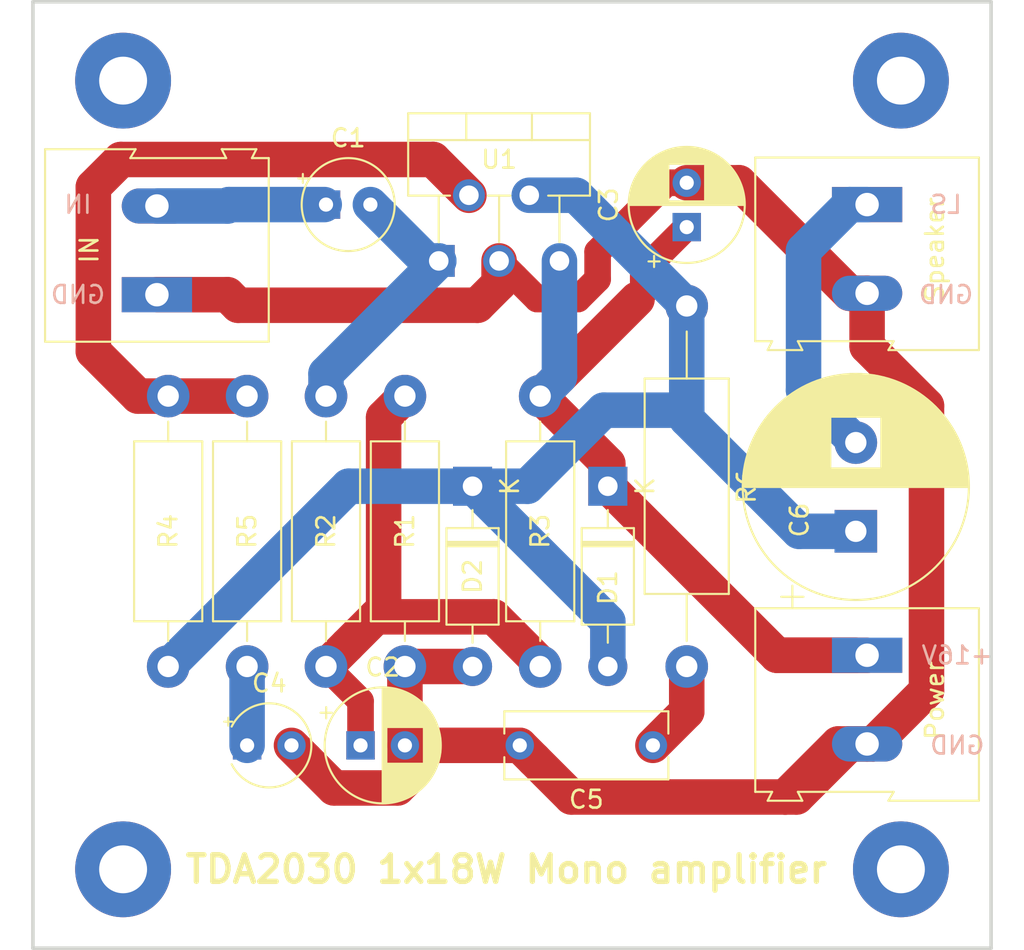
<source format=kicad_pcb>
(kicad_pcb (version 20171130) (host pcbnew "(5.0.0)")

  (general
    (thickness 1.6)
    (drawings 11)
    (tracks 98)
    (zones 0)
    (modules 22)
    (nets 15)
  )

  (page A4)
  (layers
    (0 F.Cu signal)
    (31 B.Cu signal)
    (32 B.Adhes user)
    (33 F.Adhes user)
    (34 B.Paste user)
    (35 F.Paste user)
    (36 B.SilkS user)
    (37 F.SilkS user)
    (38 B.Mask user)
    (39 F.Mask user)
    (40 Dwgs.User user)
    (41 Cmts.User user)
    (42 Eco1.User user)
    (43 Eco2.User user)
    (44 Edge.Cuts user)
    (45 Margin user)
    (46 B.CrtYd user)
    (47 F.CrtYd user)
    (48 B.Fab user)
    (49 F.Fab user)
  )

  (setup
    (last_trace_width 2)
    (trace_clearance 0.6)
    (zone_clearance 0.508)
    (zone_45_only no)
    (trace_min 0.2)
    (segment_width 0.2)
    (edge_width 0.15)
    (via_size 0.8)
    (via_drill 0.4)
    (via_min_size 0.4)
    (via_min_drill 0.3)
    (uvia_size 0.3)
    (uvia_drill 0.1)
    (uvias_allowed no)
    (uvia_min_size 0.2)
    (uvia_min_drill 0.1)
    (pcb_text_width 0.3)
    (pcb_text_size 1.5 1.5)
    (mod_edge_width 0.15)
    (mod_text_size 1 1)
    (mod_text_width 0.15)
    (pad_size 1.524 1.524)
    (pad_drill 0.762)
    (pad_to_mask_clearance 0.2)
    (aux_axis_origin 0 0)
    (visible_elements FFFFFF7F)
    (pcbplotparams
      (layerselection 0x010fc_ffffffff)
      (usegerberextensions false)
      (usegerberattributes false)
      (usegerberadvancedattributes false)
      (creategerberjobfile false)
      (excludeedgelayer true)
      (linewidth 0.100000)
      (plotframeref false)
      (viasonmask false)
      (mode 1)
      (useauxorigin false)
      (hpglpennumber 1)
      (hpglpenspeed 20)
      (hpglpendiameter 15.000000)
      (psnegative false)
      (psa4output false)
      (plotreference true)
      (plotvalue true)
      (plotinvisibletext false)
      (padsonsilk false)
      (subtractmaskfromsilk false)
      (outputformat 1)
      (mirror false)
      (drillshape 1)
      (scaleselection 1)
      (outputdirectory ""))
  )

  (net 0 "")
  (net 1 "Net-(C1-Pad1)")
  (net 2 "Net-(C1-Pad2)")
  (net 3 "Net-(C2-Pad1)")
  (net 4 GND)
  (net 5 VCC)
  (net 6 "Net-(C4-Pad1)")
  (net 7 "Net-(C5-Pad1)")
  (net 8 "Net-(C6-Pad1)")
  (net 9 "Net-(C6-Pad2)")
  (net 10 "Net-(MH1-Pad1)")
  (net 11 "Net-(MH2-Pad1)")
  (net 12 "Net-(MH3-Pad1)")
  (net 13 "Net-(MH4-Pad1)")
  (net 14 "Net-(R4-Pad2)")

  (net_class Default "This is the default net class."
    (clearance 0.6)
    (trace_width 2)
    (via_dia 0.8)
    (via_drill 0.4)
    (uvia_dia 0.3)
    (uvia_drill 0.1)
    (diff_pair_gap 0.25)
    (diff_pair_width 2)
    (add_net "Net-(C1-Pad1)")
    (add_net "Net-(C1-Pad2)")
    (add_net "Net-(C2-Pad1)")
    (add_net "Net-(C4-Pad1)")
    (add_net "Net-(C5-Pad1)")
    (add_net "Net-(C6-Pad1)")
    (add_net "Net-(C6-Pad2)")
    (add_net "Net-(MH1-Pad1)")
    (add_net "Net-(MH2-Pad1)")
    (add_net "Net-(MH3-Pad1)")
    (add_net "Net-(MH4-Pad1)")
    (add_net "Net-(R4-Pad2)")
  )

  (net_class Power ""
    (clearance 0.6)
    (trace_width 2)
    (via_dia 0.8)
    (via_drill 0.4)
    (uvia_dia 0.3)
    (uvia_drill 0.1)
    (diff_pair_gap 0.25)
    (diff_pair_width 2)
    (add_net GND)
    (add_net VCC)
  )

  (module TerminalBlock:TerminalBlock_Altech_AK300-2_P5.00mm (layer F.Cu) (tedit 5B57BA52) (tstamp 5B584154)
    (at 153.035 103.505 270)
    (descr "Altech AK300 terminal block, pitch 5.0mm, 45 degree angled, see http://www.mouser.com/ds/2/16/PCBMETRC-24178.pdf")
    (tags "Altech AK300 terminal block pitch 5.0mm")
    (path /5B568C52)
    (fp_text reference Speaker (at 2.54 -3.81 270) (layer F.SilkS)
      (effects (font (size 1 1) (thickness 0.15)))
    )
    (fp_text value "Speaker L" (at 2.78 7.75 270) (layer F.Fab)
      (effects (font (size 1 1) (thickness 0.15)))
    )
    (fp_text user %R (at 2.5 -2 270) (layer F.Fab)
      (effects (font (size 1 1) (thickness 0.15)))
    )
    (fp_line (start -2.65 -6.3) (end -2.65 6.3) (layer F.SilkS) (width 0.12))
    (fp_line (start -2.65 6.3) (end 7.7 6.3) (layer F.SilkS) (width 0.12))
    (fp_line (start 7.7 6.3) (end 7.7 5.35) (layer F.SilkS) (width 0.12))
    (fp_line (start 7.7 5.35) (end 8.2 5.6) (layer F.SilkS) (width 0.12))
    (fp_line (start 8.2 5.6) (end 8.2 3.7) (layer F.SilkS) (width 0.12))
    (fp_line (start 8.2 3.7) (end 8.2 3.65) (layer F.SilkS) (width 0.12))
    (fp_line (start 8.2 3.65) (end 7.7 3.9) (layer F.SilkS) (width 0.12))
    (fp_line (start 7.7 3.9) (end 7.7 -1.5) (layer F.SilkS) (width 0.12))
    (fp_line (start 7.7 -1.5) (end 8.2 -1.2) (layer F.SilkS) (width 0.12))
    (fp_line (start 8.2 -1.2) (end 8.2 -6.3) (layer F.SilkS) (width 0.12))
    (fp_line (start 8.2 -6.3) (end -2.65 -6.3) (layer F.SilkS) (width 0.12))
    (fp_line (start -1.26 2.54) (end 1.28 2.54) (layer F.Fab) (width 0.1))
    (fp_line (start 1.28 2.54) (end 1.28 -0.25) (layer F.Fab) (width 0.1))
    (fp_line (start -1.26 -0.25) (end 1.28 -0.25) (layer F.Fab) (width 0.1))
    (fp_line (start -1.26 2.54) (end -1.26 -0.25) (layer F.Fab) (width 0.1))
    (fp_line (start 3.74 2.54) (end 6.28 2.54) (layer F.Fab) (width 0.1))
    (fp_line (start 6.28 2.54) (end 6.28 -0.25) (layer F.Fab) (width 0.1))
    (fp_line (start 3.74 -0.25) (end 6.28 -0.25) (layer F.Fab) (width 0.1))
    (fp_line (start 3.74 2.54) (end 3.74 -0.25) (layer F.Fab) (width 0.1))
    (fp_line (start 7.61 -6.22) (end 7.61 -3.17) (layer F.Fab) (width 0.1))
    (fp_line (start 7.61 -6.22) (end -2.58 -6.22) (layer F.Fab) (width 0.1))
    (fp_line (start 7.61 -6.22) (end 8.11 -6.22) (layer F.Fab) (width 0.1))
    (fp_line (start 8.11 -6.22) (end 8.11 -1.4) (layer F.Fab) (width 0.1))
    (fp_line (start 8.11 -1.4) (end 7.61 -1.65) (layer F.Fab) (width 0.1))
    (fp_line (start 8.11 5.46) (end 7.61 5.21) (layer F.Fab) (width 0.1))
    (fp_line (start 7.61 5.21) (end 7.61 6.22) (layer F.Fab) (width 0.1))
    (fp_line (start 8.11 3.81) (end 7.61 4.06) (layer F.Fab) (width 0.1))
    (fp_line (start 7.61 4.06) (end 7.61 5.21) (layer F.Fab) (width 0.1))
    (fp_line (start 8.11 3.81) (end 8.11 5.46) (layer F.Fab) (width 0.1))
    (fp_line (start 2.98 6.22) (end 2.98 4.32) (layer F.Fab) (width 0.1))
    (fp_line (start 7.05 -0.25) (end 7.05 4.32) (layer F.Fab) (width 0.1))
    (fp_line (start 2.98 6.22) (end 7.05 6.22) (layer F.Fab) (width 0.1))
    (fp_line (start 7.05 6.22) (end 7.61 6.22) (layer F.Fab) (width 0.1))
    (fp_line (start 2.04 6.22) (end 2.04 4.32) (layer F.Fab) (width 0.1))
    (fp_line (start 2.04 6.22) (end 2.98 6.22) (layer F.Fab) (width 0.1))
    (fp_line (start -2.02 -0.25) (end -2.02 4.32) (layer F.Fab) (width 0.1))
    (fp_line (start -2.58 6.22) (end -2.02 6.22) (layer F.Fab) (width 0.1))
    (fp_line (start -2.02 6.22) (end 2.04 6.22) (layer F.Fab) (width 0.1))
    (fp_line (start 2.98 4.32) (end 7.05 4.32) (layer F.Fab) (width 0.1))
    (fp_line (start 2.98 4.32) (end 2.98 -0.25) (layer F.Fab) (width 0.1))
    (fp_line (start 7.05 4.32) (end 7.05 6.22) (layer F.Fab) (width 0.1))
    (fp_line (start 2.04 4.32) (end -2.02 4.32) (layer F.Fab) (width 0.1))
    (fp_line (start 2.04 4.32) (end 2.04 -0.25) (layer F.Fab) (width 0.1))
    (fp_line (start -2.02 4.32) (end -2.02 6.22) (layer F.Fab) (width 0.1))
    (fp_line (start 6.67 3.68) (end 6.67 0.51) (layer F.Fab) (width 0.1))
    (fp_line (start 6.67 3.68) (end 3.36 3.68) (layer F.Fab) (width 0.1))
    (fp_line (start 3.36 3.68) (end 3.36 0.51) (layer F.Fab) (width 0.1))
    (fp_line (start 1.66 3.68) (end 1.66 0.51) (layer F.Fab) (width 0.1))
    (fp_line (start 1.66 3.68) (end -1.64 3.68) (layer F.Fab) (width 0.1))
    (fp_line (start -1.64 3.68) (end -1.64 0.51) (layer F.Fab) (width 0.1))
    (fp_line (start -1.64 0.51) (end -1.26 0.51) (layer F.Fab) (width 0.1))
    (fp_line (start 1.66 0.51) (end 1.28 0.51) (layer F.Fab) (width 0.1))
    (fp_line (start 3.36 0.51) (end 3.74 0.51) (layer F.Fab) (width 0.1))
    (fp_line (start 6.67 0.51) (end 6.28 0.51) (layer F.Fab) (width 0.1))
    (fp_line (start -2.58 6.22) (end -2.58 -0.64) (layer F.Fab) (width 0.1))
    (fp_line (start -2.58 -0.64) (end -2.58 -3.17) (layer F.Fab) (width 0.1))
    (fp_line (start 7.61 -1.65) (end 7.61 -0.64) (layer F.Fab) (width 0.1))
    (fp_line (start 7.61 -0.64) (end 7.61 4.06) (layer F.Fab) (width 0.1))
    (fp_line (start -2.58 -3.17) (end 7.61 -3.17) (layer F.Fab) (width 0.1))
    (fp_line (start -2.58 -3.17) (end -2.58 -6.22) (layer F.Fab) (width 0.1))
    (fp_line (start 7.61 -3.17) (end 7.61 -1.65) (layer F.Fab) (width 0.1))
    (fp_line (start 2.98 -3.43) (end 2.98 -5.97) (layer F.Fab) (width 0.1))
    (fp_line (start 2.98 -5.97) (end 7.05 -5.97) (layer F.Fab) (width 0.1))
    (fp_line (start 7.05 -5.97) (end 7.05 -3.43) (layer F.Fab) (width 0.1))
    (fp_line (start 7.05 -3.43) (end 2.98 -3.43) (layer F.Fab) (width 0.1))
    (fp_line (start 2.04 -3.43) (end 2.04 -5.97) (layer F.Fab) (width 0.1))
    (fp_line (start 2.04 -3.43) (end -2.02 -3.43) (layer F.Fab) (width 0.1))
    (fp_line (start -2.02 -3.43) (end -2.02 -5.97) (layer F.Fab) (width 0.1))
    (fp_line (start 2.04 -5.97) (end -2.02 -5.97) (layer F.Fab) (width 0.1))
    (fp_line (start 3.39 -4.45) (end 6.44 -5.08) (layer F.Fab) (width 0.1))
    (fp_line (start 3.52 -4.32) (end 6.56 -4.95) (layer F.Fab) (width 0.1))
    (fp_line (start -1.62 -4.45) (end 1.44 -5.08) (layer F.Fab) (width 0.1))
    (fp_line (start -1.49 -4.32) (end 1.56 -4.95) (layer F.Fab) (width 0.1))
    (fp_line (start -2.02 -0.25) (end -1.64 -0.25) (layer F.Fab) (width 0.1))
    (fp_line (start 2.04 -0.25) (end 1.66 -0.25) (layer F.Fab) (width 0.1))
    (fp_line (start 1.66 -0.25) (end -1.64 -0.25) (layer F.Fab) (width 0.1))
    (fp_line (start -2.58 -0.64) (end -1.64 -0.64) (layer F.Fab) (width 0.1))
    (fp_line (start -1.64 -0.64) (end 1.66 -0.64) (layer F.Fab) (width 0.1))
    (fp_line (start 1.66 -0.64) (end 3.36 -0.64) (layer F.Fab) (width 0.1))
    (fp_line (start 7.61 -0.64) (end 6.67 -0.64) (layer F.Fab) (width 0.1))
    (fp_line (start 6.67 -0.64) (end 3.36 -0.64) (layer F.Fab) (width 0.1))
    (fp_line (start 7.05 -0.25) (end 6.67 -0.25) (layer F.Fab) (width 0.1))
    (fp_line (start 2.98 -0.25) (end 3.36 -0.25) (layer F.Fab) (width 0.1))
    (fp_line (start 3.36 -0.25) (end 6.67 -0.25) (layer F.Fab) (width 0.1))
    (fp_line (start -2.83 -6.47) (end 8.36 -6.47) (layer F.CrtYd) (width 0.05))
    (fp_line (start -2.83 -6.47) (end -2.83 6.47) (layer F.CrtYd) (width 0.05))
    (fp_line (start 8.36 6.47) (end 8.36 -6.47) (layer F.CrtYd) (width 0.05))
    (fp_line (start 8.36 6.47) (end -2.83 6.47) (layer F.CrtYd) (width 0.05))
    (fp_arc (start 6.03 -4.59) (end 6.54 -5.05) (angle 90.5) (layer F.Fab) (width 0.1))
    (fp_arc (start 5.07 -6.07) (end 6.53 -4.12) (angle 75.5) (layer F.Fab) (width 0.1))
    (fp_arc (start 4.99 -3.71) (end 3.39 -5) (angle 100) (layer F.Fab) (width 0.1))
    (fp_arc (start 3.87 -4.65) (end 3.58 -4.13) (angle 104.2) (layer F.Fab) (width 0.1))
    (fp_arc (start 1.03 -4.59) (end 1.53 -5.05) (angle 90.5) (layer F.Fab) (width 0.1))
    (fp_arc (start 0.06 -6.07) (end 1.53 -4.12) (angle 75.5) (layer F.Fab) (width 0.1))
    (fp_arc (start -0.01 -3.71) (end -1.62 -5) (angle 100) (layer F.Fab) (width 0.1))
    (fp_arc (start -1.13 -4.65) (end -1.42 -4.13) (angle 104.2) (layer F.Fab) (width 0.1))
    (pad 1 thru_hole rect (at 0 0 270) (size 1.98 3.96) (drill 1.32) (layers *.Cu *.Mask)
      (net 9 "Net-(C6-Pad2)"))
    (pad 2 thru_hole oval (at 5 0 270) (size 1.98 3.96) (drill 1.32) (layers *.Cu *.Mask)
      (net 4 GND))
    (model ${KISYS3DMOD}/TerminalBlock.3dshapes/TerminalBlock_Altech_AK300-2_P5.00mm.wrl
      (at (xyz 0 0 0))
      (scale (xyz 1 1 1))
      (rotate (xyz 0 0 0))
    )
  )

  (module Capacitor_THT:CP_Radial_Tantal_D5.0mm_P2.50mm (layer F.Cu) (tedit 5AE50EF0) (tstamp 5B58141D)
    (at 122.555 103.505)
    (descr "CP, Radial_Tantal series, Radial, pin pitch=2.50mm, , diameter=5.0mm, Tantal Electrolytic Capacitor, http://cdn-reichelt.de/documents/datenblatt/B300/TANTAL-TB-Serie%23.pdf")
    (tags "CP Radial_Tantal series Radial pin pitch 2.50mm  diameter 5.0mm Tantal Electrolytic Capacitor")
    (path /5B5705AF)
    (fp_text reference C1 (at 1.25 -3.75) (layer F.SilkS)
      (effects (font (size 1 1) (thickness 0.15)))
    )
    (fp_text value 10u (at 1.25 3.75) (layer F.Fab)
      (effects (font (size 1 1) (thickness 0.15)))
    )
    (fp_circle (center 1.25 0) (end 3.75 0) (layer F.Fab) (width 0.1))
    (fp_circle (center 1.25 0) (end 3.87 0) (layer F.SilkS) (width 0.12))
    (fp_circle (center 1.25 0) (end 4 0) (layer F.CrtYd) (width 0.05))
    (fp_line (start -0.883605 -1.0875) (end -0.383605 -1.0875) (layer F.Fab) (width 0.1))
    (fp_line (start -0.633605 -1.3375) (end -0.633605 -0.8375) (layer F.Fab) (width 0.1))
    (fp_line (start -1.554775 -1.475) (end -1.054775 -1.475) (layer F.SilkS) (width 0.12))
    (fp_line (start -1.304775 -1.725) (end -1.304775 -1.225) (layer F.SilkS) (width 0.12))
    (fp_text user %R (at 1.25 0) (layer F.Fab)
      (effects (font (size 1 1) (thickness 0.15)))
    )
    (pad 1 thru_hole rect (at 0 0) (size 1.6 1.6) (drill 0.8) (layers *.Cu *.Mask)
      (net 1 "Net-(C1-Pad1)"))
    (pad 2 thru_hole circle (at 2.5 0) (size 1.6 1.6) (drill 0.8) (layers *.Cu *.Mask)
      (net 2 "Net-(C1-Pad2)"))
    (model ${KISYS3DMOD}/Capacitor_THT.3dshapes/CP_Radial_Tantal_D5.0mm_P2.50mm.wrl
      (at (xyz 0 0 0))
      (scale (xyz 1 1 1))
      (rotate (xyz 0 0 0))
    )
  )

  (module Capacitor_THT:CP_Radial_D6.3mm_P2.50mm (layer F.Cu) (tedit 5AE50EF0) (tstamp 5B57F901)
    (at 124.5 133.985)
    (descr "CP, Radial series, Radial, pin pitch=2.50mm, , diameter=6.3mm, Electrolytic Capacitor")
    (tags "CP Radial series Radial pin pitch 2.50mm  diameter 6.3mm Electrolytic Capacitor")
    (path /5B56E0E7)
    (fp_text reference C2 (at 1.25 -4.4) (layer F.SilkS)
      (effects (font (size 1 1) (thickness 0.15)))
    )
    (fp_text value 22u/40V (at 1.25 4.4) (layer F.Fab)
      (effects (font (size 1 1) (thickness 0.15)))
    )
    (fp_circle (center 1.25 0) (end 4.4 0) (layer F.Fab) (width 0.1))
    (fp_circle (center 1.25 0) (end 4.52 0) (layer F.SilkS) (width 0.12))
    (fp_circle (center 1.25 0) (end 4.65 0) (layer F.CrtYd) (width 0.05))
    (fp_line (start -1.443972 -1.3735) (end -0.813972 -1.3735) (layer F.Fab) (width 0.1))
    (fp_line (start -1.128972 -1.6885) (end -1.128972 -1.0585) (layer F.Fab) (width 0.1))
    (fp_line (start 1.25 -3.23) (end 1.25 3.23) (layer F.SilkS) (width 0.12))
    (fp_line (start 1.29 -3.23) (end 1.29 3.23) (layer F.SilkS) (width 0.12))
    (fp_line (start 1.33 -3.23) (end 1.33 3.23) (layer F.SilkS) (width 0.12))
    (fp_line (start 1.37 -3.228) (end 1.37 3.228) (layer F.SilkS) (width 0.12))
    (fp_line (start 1.41 -3.227) (end 1.41 3.227) (layer F.SilkS) (width 0.12))
    (fp_line (start 1.45 -3.224) (end 1.45 3.224) (layer F.SilkS) (width 0.12))
    (fp_line (start 1.49 -3.222) (end 1.49 -1.04) (layer F.SilkS) (width 0.12))
    (fp_line (start 1.49 1.04) (end 1.49 3.222) (layer F.SilkS) (width 0.12))
    (fp_line (start 1.53 -3.218) (end 1.53 -1.04) (layer F.SilkS) (width 0.12))
    (fp_line (start 1.53 1.04) (end 1.53 3.218) (layer F.SilkS) (width 0.12))
    (fp_line (start 1.57 -3.215) (end 1.57 -1.04) (layer F.SilkS) (width 0.12))
    (fp_line (start 1.57 1.04) (end 1.57 3.215) (layer F.SilkS) (width 0.12))
    (fp_line (start 1.61 -3.211) (end 1.61 -1.04) (layer F.SilkS) (width 0.12))
    (fp_line (start 1.61 1.04) (end 1.61 3.211) (layer F.SilkS) (width 0.12))
    (fp_line (start 1.65 -3.206) (end 1.65 -1.04) (layer F.SilkS) (width 0.12))
    (fp_line (start 1.65 1.04) (end 1.65 3.206) (layer F.SilkS) (width 0.12))
    (fp_line (start 1.69 -3.201) (end 1.69 -1.04) (layer F.SilkS) (width 0.12))
    (fp_line (start 1.69 1.04) (end 1.69 3.201) (layer F.SilkS) (width 0.12))
    (fp_line (start 1.73 -3.195) (end 1.73 -1.04) (layer F.SilkS) (width 0.12))
    (fp_line (start 1.73 1.04) (end 1.73 3.195) (layer F.SilkS) (width 0.12))
    (fp_line (start 1.77 -3.189) (end 1.77 -1.04) (layer F.SilkS) (width 0.12))
    (fp_line (start 1.77 1.04) (end 1.77 3.189) (layer F.SilkS) (width 0.12))
    (fp_line (start 1.81 -3.182) (end 1.81 -1.04) (layer F.SilkS) (width 0.12))
    (fp_line (start 1.81 1.04) (end 1.81 3.182) (layer F.SilkS) (width 0.12))
    (fp_line (start 1.85 -3.175) (end 1.85 -1.04) (layer F.SilkS) (width 0.12))
    (fp_line (start 1.85 1.04) (end 1.85 3.175) (layer F.SilkS) (width 0.12))
    (fp_line (start 1.89 -3.167) (end 1.89 -1.04) (layer F.SilkS) (width 0.12))
    (fp_line (start 1.89 1.04) (end 1.89 3.167) (layer F.SilkS) (width 0.12))
    (fp_line (start 1.93 -3.159) (end 1.93 -1.04) (layer F.SilkS) (width 0.12))
    (fp_line (start 1.93 1.04) (end 1.93 3.159) (layer F.SilkS) (width 0.12))
    (fp_line (start 1.971 -3.15) (end 1.971 -1.04) (layer F.SilkS) (width 0.12))
    (fp_line (start 1.971 1.04) (end 1.971 3.15) (layer F.SilkS) (width 0.12))
    (fp_line (start 2.011 -3.141) (end 2.011 -1.04) (layer F.SilkS) (width 0.12))
    (fp_line (start 2.011 1.04) (end 2.011 3.141) (layer F.SilkS) (width 0.12))
    (fp_line (start 2.051 -3.131) (end 2.051 -1.04) (layer F.SilkS) (width 0.12))
    (fp_line (start 2.051 1.04) (end 2.051 3.131) (layer F.SilkS) (width 0.12))
    (fp_line (start 2.091 -3.121) (end 2.091 -1.04) (layer F.SilkS) (width 0.12))
    (fp_line (start 2.091 1.04) (end 2.091 3.121) (layer F.SilkS) (width 0.12))
    (fp_line (start 2.131 -3.11) (end 2.131 -1.04) (layer F.SilkS) (width 0.12))
    (fp_line (start 2.131 1.04) (end 2.131 3.11) (layer F.SilkS) (width 0.12))
    (fp_line (start 2.171 -3.098) (end 2.171 -1.04) (layer F.SilkS) (width 0.12))
    (fp_line (start 2.171 1.04) (end 2.171 3.098) (layer F.SilkS) (width 0.12))
    (fp_line (start 2.211 -3.086) (end 2.211 -1.04) (layer F.SilkS) (width 0.12))
    (fp_line (start 2.211 1.04) (end 2.211 3.086) (layer F.SilkS) (width 0.12))
    (fp_line (start 2.251 -3.074) (end 2.251 -1.04) (layer F.SilkS) (width 0.12))
    (fp_line (start 2.251 1.04) (end 2.251 3.074) (layer F.SilkS) (width 0.12))
    (fp_line (start 2.291 -3.061) (end 2.291 -1.04) (layer F.SilkS) (width 0.12))
    (fp_line (start 2.291 1.04) (end 2.291 3.061) (layer F.SilkS) (width 0.12))
    (fp_line (start 2.331 -3.047) (end 2.331 -1.04) (layer F.SilkS) (width 0.12))
    (fp_line (start 2.331 1.04) (end 2.331 3.047) (layer F.SilkS) (width 0.12))
    (fp_line (start 2.371 -3.033) (end 2.371 -1.04) (layer F.SilkS) (width 0.12))
    (fp_line (start 2.371 1.04) (end 2.371 3.033) (layer F.SilkS) (width 0.12))
    (fp_line (start 2.411 -3.018) (end 2.411 -1.04) (layer F.SilkS) (width 0.12))
    (fp_line (start 2.411 1.04) (end 2.411 3.018) (layer F.SilkS) (width 0.12))
    (fp_line (start 2.451 -3.002) (end 2.451 -1.04) (layer F.SilkS) (width 0.12))
    (fp_line (start 2.451 1.04) (end 2.451 3.002) (layer F.SilkS) (width 0.12))
    (fp_line (start 2.491 -2.986) (end 2.491 -1.04) (layer F.SilkS) (width 0.12))
    (fp_line (start 2.491 1.04) (end 2.491 2.986) (layer F.SilkS) (width 0.12))
    (fp_line (start 2.531 -2.97) (end 2.531 -1.04) (layer F.SilkS) (width 0.12))
    (fp_line (start 2.531 1.04) (end 2.531 2.97) (layer F.SilkS) (width 0.12))
    (fp_line (start 2.571 -2.952) (end 2.571 -1.04) (layer F.SilkS) (width 0.12))
    (fp_line (start 2.571 1.04) (end 2.571 2.952) (layer F.SilkS) (width 0.12))
    (fp_line (start 2.611 -2.934) (end 2.611 -1.04) (layer F.SilkS) (width 0.12))
    (fp_line (start 2.611 1.04) (end 2.611 2.934) (layer F.SilkS) (width 0.12))
    (fp_line (start 2.651 -2.916) (end 2.651 -1.04) (layer F.SilkS) (width 0.12))
    (fp_line (start 2.651 1.04) (end 2.651 2.916) (layer F.SilkS) (width 0.12))
    (fp_line (start 2.691 -2.896) (end 2.691 -1.04) (layer F.SilkS) (width 0.12))
    (fp_line (start 2.691 1.04) (end 2.691 2.896) (layer F.SilkS) (width 0.12))
    (fp_line (start 2.731 -2.876) (end 2.731 -1.04) (layer F.SilkS) (width 0.12))
    (fp_line (start 2.731 1.04) (end 2.731 2.876) (layer F.SilkS) (width 0.12))
    (fp_line (start 2.771 -2.856) (end 2.771 -1.04) (layer F.SilkS) (width 0.12))
    (fp_line (start 2.771 1.04) (end 2.771 2.856) (layer F.SilkS) (width 0.12))
    (fp_line (start 2.811 -2.834) (end 2.811 -1.04) (layer F.SilkS) (width 0.12))
    (fp_line (start 2.811 1.04) (end 2.811 2.834) (layer F.SilkS) (width 0.12))
    (fp_line (start 2.851 -2.812) (end 2.851 -1.04) (layer F.SilkS) (width 0.12))
    (fp_line (start 2.851 1.04) (end 2.851 2.812) (layer F.SilkS) (width 0.12))
    (fp_line (start 2.891 -2.79) (end 2.891 -1.04) (layer F.SilkS) (width 0.12))
    (fp_line (start 2.891 1.04) (end 2.891 2.79) (layer F.SilkS) (width 0.12))
    (fp_line (start 2.931 -2.766) (end 2.931 -1.04) (layer F.SilkS) (width 0.12))
    (fp_line (start 2.931 1.04) (end 2.931 2.766) (layer F.SilkS) (width 0.12))
    (fp_line (start 2.971 -2.742) (end 2.971 -1.04) (layer F.SilkS) (width 0.12))
    (fp_line (start 2.971 1.04) (end 2.971 2.742) (layer F.SilkS) (width 0.12))
    (fp_line (start 3.011 -2.716) (end 3.011 -1.04) (layer F.SilkS) (width 0.12))
    (fp_line (start 3.011 1.04) (end 3.011 2.716) (layer F.SilkS) (width 0.12))
    (fp_line (start 3.051 -2.69) (end 3.051 -1.04) (layer F.SilkS) (width 0.12))
    (fp_line (start 3.051 1.04) (end 3.051 2.69) (layer F.SilkS) (width 0.12))
    (fp_line (start 3.091 -2.664) (end 3.091 -1.04) (layer F.SilkS) (width 0.12))
    (fp_line (start 3.091 1.04) (end 3.091 2.664) (layer F.SilkS) (width 0.12))
    (fp_line (start 3.131 -2.636) (end 3.131 -1.04) (layer F.SilkS) (width 0.12))
    (fp_line (start 3.131 1.04) (end 3.131 2.636) (layer F.SilkS) (width 0.12))
    (fp_line (start 3.171 -2.607) (end 3.171 -1.04) (layer F.SilkS) (width 0.12))
    (fp_line (start 3.171 1.04) (end 3.171 2.607) (layer F.SilkS) (width 0.12))
    (fp_line (start 3.211 -2.578) (end 3.211 -1.04) (layer F.SilkS) (width 0.12))
    (fp_line (start 3.211 1.04) (end 3.211 2.578) (layer F.SilkS) (width 0.12))
    (fp_line (start 3.251 -2.548) (end 3.251 -1.04) (layer F.SilkS) (width 0.12))
    (fp_line (start 3.251 1.04) (end 3.251 2.548) (layer F.SilkS) (width 0.12))
    (fp_line (start 3.291 -2.516) (end 3.291 -1.04) (layer F.SilkS) (width 0.12))
    (fp_line (start 3.291 1.04) (end 3.291 2.516) (layer F.SilkS) (width 0.12))
    (fp_line (start 3.331 -2.484) (end 3.331 -1.04) (layer F.SilkS) (width 0.12))
    (fp_line (start 3.331 1.04) (end 3.331 2.484) (layer F.SilkS) (width 0.12))
    (fp_line (start 3.371 -2.45) (end 3.371 -1.04) (layer F.SilkS) (width 0.12))
    (fp_line (start 3.371 1.04) (end 3.371 2.45) (layer F.SilkS) (width 0.12))
    (fp_line (start 3.411 -2.416) (end 3.411 -1.04) (layer F.SilkS) (width 0.12))
    (fp_line (start 3.411 1.04) (end 3.411 2.416) (layer F.SilkS) (width 0.12))
    (fp_line (start 3.451 -2.38) (end 3.451 -1.04) (layer F.SilkS) (width 0.12))
    (fp_line (start 3.451 1.04) (end 3.451 2.38) (layer F.SilkS) (width 0.12))
    (fp_line (start 3.491 -2.343) (end 3.491 -1.04) (layer F.SilkS) (width 0.12))
    (fp_line (start 3.491 1.04) (end 3.491 2.343) (layer F.SilkS) (width 0.12))
    (fp_line (start 3.531 -2.305) (end 3.531 -1.04) (layer F.SilkS) (width 0.12))
    (fp_line (start 3.531 1.04) (end 3.531 2.305) (layer F.SilkS) (width 0.12))
    (fp_line (start 3.571 -2.265) (end 3.571 2.265) (layer F.SilkS) (width 0.12))
    (fp_line (start 3.611 -2.224) (end 3.611 2.224) (layer F.SilkS) (width 0.12))
    (fp_line (start 3.651 -2.182) (end 3.651 2.182) (layer F.SilkS) (width 0.12))
    (fp_line (start 3.691 -2.137) (end 3.691 2.137) (layer F.SilkS) (width 0.12))
    (fp_line (start 3.731 -2.092) (end 3.731 2.092) (layer F.SilkS) (width 0.12))
    (fp_line (start 3.771 -2.044) (end 3.771 2.044) (layer F.SilkS) (width 0.12))
    (fp_line (start 3.811 -1.995) (end 3.811 1.995) (layer F.SilkS) (width 0.12))
    (fp_line (start 3.851 -1.944) (end 3.851 1.944) (layer F.SilkS) (width 0.12))
    (fp_line (start 3.891 -1.89) (end 3.891 1.89) (layer F.SilkS) (width 0.12))
    (fp_line (start 3.931 -1.834) (end 3.931 1.834) (layer F.SilkS) (width 0.12))
    (fp_line (start 3.971 -1.776) (end 3.971 1.776) (layer F.SilkS) (width 0.12))
    (fp_line (start 4.011 -1.714) (end 4.011 1.714) (layer F.SilkS) (width 0.12))
    (fp_line (start 4.051 -1.65) (end 4.051 1.65) (layer F.SilkS) (width 0.12))
    (fp_line (start 4.091 -1.581) (end 4.091 1.581) (layer F.SilkS) (width 0.12))
    (fp_line (start 4.131 -1.509) (end 4.131 1.509) (layer F.SilkS) (width 0.12))
    (fp_line (start 4.171 -1.432) (end 4.171 1.432) (layer F.SilkS) (width 0.12))
    (fp_line (start 4.211 -1.35) (end 4.211 1.35) (layer F.SilkS) (width 0.12))
    (fp_line (start 4.251 -1.262) (end 4.251 1.262) (layer F.SilkS) (width 0.12))
    (fp_line (start 4.291 -1.165) (end 4.291 1.165) (layer F.SilkS) (width 0.12))
    (fp_line (start 4.331 -1.059) (end 4.331 1.059) (layer F.SilkS) (width 0.12))
    (fp_line (start 4.371 -0.94) (end 4.371 0.94) (layer F.SilkS) (width 0.12))
    (fp_line (start 4.411 -0.802) (end 4.411 0.802) (layer F.SilkS) (width 0.12))
    (fp_line (start 4.451 -0.633) (end 4.451 0.633) (layer F.SilkS) (width 0.12))
    (fp_line (start 4.491 -0.402) (end 4.491 0.402) (layer F.SilkS) (width 0.12))
    (fp_line (start -2.250241 -1.839) (end -1.620241 -1.839) (layer F.SilkS) (width 0.12))
    (fp_line (start -1.935241 -2.154) (end -1.935241 -1.524) (layer F.SilkS) (width 0.12))
    (fp_text user %R (at 1.25 0) (layer F.Fab)
      (effects (font (size 1 1) (thickness 0.15)))
    )
    (pad 1 thru_hole rect (at 0 0) (size 1.6 1.6) (drill 0.8) (layers *.Cu *.Mask)
      (net 3 "Net-(C2-Pad1)"))
    (pad 2 thru_hole circle (at 2.5 0) (size 1.6 1.6) (drill 0.8) (layers *.Cu *.Mask)
      (net 4 GND))
    (model ${KISYS3DMOD}/Capacitor_THT.3dshapes/CP_Radial_D6.3mm_P2.50mm.wrl
      (at (xyz 0 0 0))
      (scale (xyz 1 1 1))
      (rotate (xyz 0 0 0))
    )
  )

  (module Capacitor_THT:CP_Radial_D6.3mm_P2.50mm (layer F.Cu) (tedit 5AE50EF0) (tstamp 5B57C6BF)
    (at 142.875 104.775 90)
    (descr "CP, Radial series, Radial, pin pitch=2.50mm, , diameter=6.3mm, Electrolytic Capacitor")
    (tags "CP Radial series Radial pin pitch 2.50mm  diameter 6.3mm Electrolytic Capacitor")
    (path /5B586B58)
    (fp_text reference C3 (at 1.25 -4.4 90) (layer F.SilkS)
      (effects (font (size 1 1) (thickness 0.15)))
    )
    (fp_text value 22u/40V (at 1.25 4.4 90) (layer F.Fab)
      (effects (font (size 1 1) (thickness 0.15)))
    )
    (fp_text user %R (at 1.25 0 90) (layer F.Fab)
      (effects (font (size 1 1) (thickness 0.15)))
    )
    (fp_line (start -1.935241 -2.154) (end -1.935241 -1.524) (layer F.SilkS) (width 0.12))
    (fp_line (start -2.250241 -1.839) (end -1.620241 -1.839) (layer F.SilkS) (width 0.12))
    (fp_line (start 4.491 -0.402) (end 4.491 0.402) (layer F.SilkS) (width 0.12))
    (fp_line (start 4.451 -0.633) (end 4.451 0.633) (layer F.SilkS) (width 0.12))
    (fp_line (start 4.411 -0.802) (end 4.411 0.802) (layer F.SilkS) (width 0.12))
    (fp_line (start 4.371 -0.94) (end 4.371 0.94) (layer F.SilkS) (width 0.12))
    (fp_line (start 4.331 -1.059) (end 4.331 1.059) (layer F.SilkS) (width 0.12))
    (fp_line (start 4.291 -1.165) (end 4.291 1.165) (layer F.SilkS) (width 0.12))
    (fp_line (start 4.251 -1.262) (end 4.251 1.262) (layer F.SilkS) (width 0.12))
    (fp_line (start 4.211 -1.35) (end 4.211 1.35) (layer F.SilkS) (width 0.12))
    (fp_line (start 4.171 -1.432) (end 4.171 1.432) (layer F.SilkS) (width 0.12))
    (fp_line (start 4.131 -1.509) (end 4.131 1.509) (layer F.SilkS) (width 0.12))
    (fp_line (start 4.091 -1.581) (end 4.091 1.581) (layer F.SilkS) (width 0.12))
    (fp_line (start 4.051 -1.65) (end 4.051 1.65) (layer F.SilkS) (width 0.12))
    (fp_line (start 4.011 -1.714) (end 4.011 1.714) (layer F.SilkS) (width 0.12))
    (fp_line (start 3.971 -1.776) (end 3.971 1.776) (layer F.SilkS) (width 0.12))
    (fp_line (start 3.931 -1.834) (end 3.931 1.834) (layer F.SilkS) (width 0.12))
    (fp_line (start 3.891 -1.89) (end 3.891 1.89) (layer F.SilkS) (width 0.12))
    (fp_line (start 3.851 -1.944) (end 3.851 1.944) (layer F.SilkS) (width 0.12))
    (fp_line (start 3.811 -1.995) (end 3.811 1.995) (layer F.SilkS) (width 0.12))
    (fp_line (start 3.771 -2.044) (end 3.771 2.044) (layer F.SilkS) (width 0.12))
    (fp_line (start 3.731 -2.092) (end 3.731 2.092) (layer F.SilkS) (width 0.12))
    (fp_line (start 3.691 -2.137) (end 3.691 2.137) (layer F.SilkS) (width 0.12))
    (fp_line (start 3.651 -2.182) (end 3.651 2.182) (layer F.SilkS) (width 0.12))
    (fp_line (start 3.611 -2.224) (end 3.611 2.224) (layer F.SilkS) (width 0.12))
    (fp_line (start 3.571 -2.265) (end 3.571 2.265) (layer F.SilkS) (width 0.12))
    (fp_line (start 3.531 1.04) (end 3.531 2.305) (layer F.SilkS) (width 0.12))
    (fp_line (start 3.531 -2.305) (end 3.531 -1.04) (layer F.SilkS) (width 0.12))
    (fp_line (start 3.491 1.04) (end 3.491 2.343) (layer F.SilkS) (width 0.12))
    (fp_line (start 3.491 -2.343) (end 3.491 -1.04) (layer F.SilkS) (width 0.12))
    (fp_line (start 3.451 1.04) (end 3.451 2.38) (layer F.SilkS) (width 0.12))
    (fp_line (start 3.451 -2.38) (end 3.451 -1.04) (layer F.SilkS) (width 0.12))
    (fp_line (start 3.411 1.04) (end 3.411 2.416) (layer F.SilkS) (width 0.12))
    (fp_line (start 3.411 -2.416) (end 3.411 -1.04) (layer F.SilkS) (width 0.12))
    (fp_line (start 3.371 1.04) (end 3.371 2.45) (layer F.SilkS) (width 0.12))
    (fp_line (start 3.371 -2.45) (end 3.371 -1.04) (layer F.SilkS) (width 0.12))
    (fp_line (start 3.331 1.04) (end 3.331 2.484) (layer F.SilkS) (width 0.12))
    (fp_line (start 3.331 -2.484) (end 3.331 -1.04) (layer F.SilkS) (width 0.12))
    (fp_line (start 3.291 1.04) (end 3.291 2.516) (layer F.SilkS) (width 0.12))
    (fp_line (start 3.291 -2.516) (end 3.291 -1.04) (layer F.SilkS) (width 0.12))
    (fp_line (start 3.251 1.04) (end 3.251 2.548) (layer F.SilkS) (width 0.12))
    (fp_line (start 3.251 -2.548) (end 3.251 -1.04) (layer F.SilkS) (width 0.12))
    (fp_line (start 3.211 1.04) (end 3.211 2.578) (layer F.SilkS) (width 0.12))
    (fp_line (start 3.211 -2.578) (end 3.211 -1.04) (layer F.SilkS) (width 0.12))
    (fp_line (start 3.171 1.04) (end 3.171 2.607) (layer F.SilkS) (width 0.12))
    (fp_line (start 3.171 -2.607) (end 3.171 -1.04) (layer F.SilkS) (width 0.12))
    (fp_line (start 3.131 1.04) (end 3.131 2.636) (layer F.SilkS) (width 0.12))
    (fp_line (start 3.131 -2.636) (end 3.131 -1.04) (layer F.SilkS) (width 0.12))
    (fp_line (start 3.091 1.04) (end 3.091 2.664) (layer F.SilkS) (width 0.12))
    (fp_line (start 3.091 -2.664) (end 3.091 -1.04) (layer F.SilkS) (width 0.12))
    (fp_line (start 3.051 1.04) (end 3.051 2.69) (layer F.SilkS) (width 0.12))
    (fp_line (start 3.051 -2.69) (end 3.051 -1.04) (layer F.SilkS) (width 0.12))
    (fp_line (start 3.011 1.04) (end 3.011 2.716) (layer F.SilkS) (width 0.12))
    (fp_line (start 3.011 -2.716) (end 3.011 -1.04) (layer F.SilkS) (width 0.12))
    (fp_line (start 2.971 1.04) (end 2.971 2.742) (layer F.SilkS) (width 0.12))
    (fp_line (start 2.971 -2.742) (end 2.971 -1.04) (layer F.SilkS) (width 0.12))
    (fp_line (start 2.931 1.04) (end 2.931 2.766) (layer F.SilkS) (width 0.12))
    (fp_line (start 2.931 -2.766) (end 2.931 -1.04) (layer F.SilkS) (width 0.12))
    (fp_line (start 2.891 1.04) (end 2.891 2.79) (layer F.SilkS) (width 0.12))
    (fp_line (start 2.891 -2.79) (end 2.891 -1.04) (layer F.SilkS) (width 0.12))
    (fp_line (start 2.851 1.04) (end 2.851 2.812) (layer F.SilkS) (width 0.12))
    (fp_line (start 2.851 -2.812) (end 2.851 -1.04) (layer F.SilkS) (width 0.12))
    (fp_line (start 2.811 1.04) (end 2.811 2.834) (layer F.SilkS) (width 0.12))
    (fp_line (start 2.811 -2.834) (end 2.811 -1.04) (layer F.SilkS) (width 0.12))
    (fp_line (start 2.771 1.04) (end 2.771 2.856) (layer F.SilkS) (width 0.12))
    (fp_line (start 2.771 -2.856) (end 2.771 -1.04) (layer F.SilkS) (width 0.12))
    (fp_line (start 2.731 1.04) (end 2.731 2.876) (layer F.SilkS) (width 0.12))
    (fp_line (start 2.731 -2.876) (end 2.731 -1.04) (layer F.SilkS) (width 0.12))
    (fp_line (start 2.691 1.04) (end 2.691 2.896) (layer F.SilkS) (width 0.12))
    (fp_line (start 2.691 -2.896) (end 2.691 -1.04) (layer F.SilkS) (width 0.12))
    (fp_line (start 2.651 1.04) (end 2.651 2.916) (layer F.SilkS) (width 0.12))
    (fp_line (start 2.651 -2.916) (end 2.651 -1.04) (layer F.SilkS) (width 0.12))
    (fp_line (start 2.611 1.04) (end 2.611 2.934) (layer F.SilkS) (width 0.12))
    (fp_line (start 2.611 -2.934) (end 2.611 -1.04) (layer F.SilkS) (width 0.12))
    (fp_line (start 2.571 1.04) (end 2.571 2.952) (layer F.SilkS) (width 0.12))
    (fp_line (start 2.571 -2.952) (end 2.571 -1.04) (layer F.SilkS) (width 0.12))
    (fp_line (start 2.531 1.04) (end 2.531 2.97) (layer F.SilkS) (width 0.12))
    (fp_line (start 2.531 -2.97) (end 2.531 -1.04) (layer F.SilkS) (width 0.12))
    (fp_line (start 2.491 1.04) (end 2.491 2.986) (layer F.SilkS) (width 0.12))
    (fp_line (start 2.491 -2.986) (end 2.491 -1.04) (layer F.SilkS) (width 0.12))
    (fp_line (start 2.451 1.04) (end 2.451 3.002) (layer F.SilkS) (width 0.12))
    (fp_line (start 2.451 -3.002) (end 2.451 -1.04) (layer F.SilkS) (width 0.12))
    (fp_line (start 2.411 1.04) (end 2.411 3.018) (layer F.SilkS) (width 0.12))
    (fp_line (start 2.411 -3.018) (end 2.411 -1.04) (layer F.SilkS) (width 0.12))
    (fp_line (start 2.371 1.04) (end 2.371 3.033) (layer F.SilkS) (width 0.12))
    (fp_line (start 2.371 -3.033) (end 2.371 -1.04) (layer F.SilkS) (width 0.12))
    (fp_line (start 2.331 1.04) (end 2.331 3.047) (layer F.SilkS) (width 0.12))
    (fp_line (start 2.331 -3.047) (end 2.331 -1.04) (layer F.SilkS) (width 0.12))
    (fp_line (start 2.291 1.04) (end 2.291 3.061) (layer F.SilkS) (width 0.12))
    (fp_line (start 2.291 -3.061) (end 2.291 -1.04) (layer F.SilkS) (width 0.12))
    (fp_line (start 2.251 1.04) (end 2.251 3.074) (layer F.SilkS) (width 0.12))
    (fp_line (start 2.251 -3.074) (end 2.251 -1.04) (layer F.SilkS) (width 0.12))
    (fp_line (start 2.211 1.04) (end 2.211 3.086) (layer F.SilkS) (width 0.12))
    (fp_line (start 2.211 -3.086) (end 2.211 -1.04) (layer F.SilkS) (width 0.12))
    (fp_line (start 2.171 1.04) (end 2.171 3.098) (layer F.SilkS) (width 0.12))
    (fp_line (start 2.171 -3.098) (end 2.171 -1.04) (layer F.SilkS) (width 0.12))
    (fp_line (start 2.131 1.04) (end 2.131 3.11) (layer F.SilkS) (width 0.12))
    (fp_line (start 2.131 -3.11) (end 2.131 -1.04) (layer F.SilkS) (width 0.12))
    (fp_line (start 2.091 1.04) (end 2.091 3.121) (layer F.SilkS) (width 0.12))
    (fp_line (start 2.091 -3.121) (end 2.091 -1.04) (layer F.SilkS) (width 0.12))
    (fp_line (start 2.051 1.04) (end 2.051 3.131) (layer F.SilkS) (width 0.12))
    (fp_line (start 2.051 -3.131) (end 2.051 -1.04) (layer F.SilkS) (width 0.12))
    (fp_line (start 2.011 1.04) (end 2.011 3.141) (layer F.SilkS) (width 0.12))
    (fp_line (start 2.011 -3.141) (end 2.011 -1.04) (layer F.SilkS) (width 0.12))
    (fp_line (start 1.971 1.04) (end 1.971 3.15) (layer F.SilkS) (width 0.12))
    (fp_line (start 1.971 -3.15) (end 1.971 -1.04) (layer F.SilkS) (width 0.12))
    (fp_line (start 1.93 1.04) (end 1.93 3.159) (layer F.SilkS) (width 0.12))
    (fp_line (start 1.93 -3.159) (end 1.93 -1.04) (layer F.SilkS) (width 0.12))
    (fp_line (start 1.89 1.04) (end 1.89 3.167) (layer F.SilkS) (width 0.12))
    (fp_line (start 1.89 -3.167) (end 1.89 -1.04) (layer F.SilkS) (width 0.12))
    (fp_line (start 1.85 1.04) (end 1.85 3.175) (layer F.SilkS) (width 0.12))
    (fp_line (start 1.85 -3.175) (end 1.85 -1.04) (layer F.SilkS) (width 0.12))
    (fp_line (start 1.81 1.04) (end 1.81 3.182) (layer F.SilkS) (width 0.12))
    (fp_line (start 1.81 -3.182) (end 1.81 -1.04) (layer F.SilkS) (width 0.12))
    (fp_line (start 1.77 1.04) (end 1.77 3.189) (layer F.SilkS) (width 0.12))
    (fp_line (start 1.77 -3.189) (end 1.77 -1.04) (layer F.SilkS) (width 0.12))
    (fp_line (start 1.73 1.04) (end 1.73 3.195) (layer F.SilkS) (width 0.12))
    (fp_line (start 1.73 -3.195) (end 1.73 -1.04) (layer F.SilkS) (width 0.12))
    (fp_line (start 1.69 1.04) (end 1.69 3.201) (layer F.SilkS) (width 0.12))
    (fp_line (start 1.69 -3.201) (end 1.69 -1.04) (layer F.SilkS) (width 0.12))
    (fp_line (start 1.65 1.04) (end 1.65 3.206) (layer F.SilkS) (width 0.12))
    (fp_line (start 1.65 -3.206) (end 1.65 -1.04) (layer F.SilkS) (width 0.12))
    (fp_line (start 1.61 1.04) (end 1.61 3.211) (layer F.SilkS) (width 0.12))
    (fp_line (start 1.61 -3.211) (end 1.61 -1.04) (layer F.SilkS) (width 0.12))
    (fp_line (start 1.57 1.04) (end 1.57 3.215) (layer F.SilkS) (width 0.12))
    (fp_line (start 1.57 -3.215) (end 1.57 -1.04) (layer F.SilkS) (width 0.12))
    (fp_line (start 1.53 1.04) (end 1.53 3.218) (layer F.SilkS) (width 0.12))
    (fp_line (start 1.53 -3.218) (end 1.53 -1.04) (layer F.SilkS) (width 0.12))
    (fp_line (start 1.49 1.04) (end 1.49 3.222) (layer F.SilkS) (width 0.12))
    (fp_line (start 1.49 -3.222) (end 1.49 -1.04) (layer F.SilkS) (width 0.12))
    (fp_line (start 1.45 -3.224) (end 1.45 3.224) (layer F.SilkS) (width 0.12))
    (fp_line (start 1.41 -3.227) (end 1.41 3.227) (layer F.SilkS) (width 0.12))
    (fp_line (start 1.37 -3.228) (end 1.37 3.228) (layer F.SilkS) (width 0.12))
    (fp_line (start 1.33 -3.23) (end 1.33 3.23) (layer F.SilkS) (width 0.12))
    (fp_line (start 1.29 -3.23) (end 1.29 3.23) (layer F.SilkS) (width 0.12))
    (fp_line (start 1.25 -3.23) (end 1.25 3.23) (layer F.SilkS) (width 0.12))
    (fp_line (start -1.128972 -1.6885) (end -1.128972 -1.0585) (layer F.Fab) (width 0.1))
    (fp_line (start -1.443972 -1.3735) (end -0.813972 -1.3735) (layer F.Fab) (width 0.1))
    (fp_circle (center 1.25 0) (end 4.65 0) (layer F.CrtYd) (width 0.05))
    (fp_circle (center 1.25 0) (end 4.52 0) (layer F.SilkS) (width 0.12))
    (fp_circle (center 1.25 0) (end 4.4 0) (layer F.Fab) (width 0.1))
    (pad 2 thru_hole circle (at 2.5 0 90) (size 1.6 1.6) (drill 0.8) (layers *.Cu *.Mask)
      (net 4 GND))
    (pad 1 thru_hole rect (at 0 0 90) (size 1.6 1.6) (drill 0.8) (layers *.Cu *.Mask)
      (net 5 VCC))
    (model ${KISYS3DMOD}/Capacitor_THT.3dshapes/CP_Radial_D6.3mm_P2.50mm.wrl
      (at (xyz 0 0 0))
      (scale (xyz 1 1 1))
      (rotate (xyz 0 0 0))
    )
  )

  (module Capacitor_THT:CP_Radial_Tantal_D4.5mm_P2.50mm (layer F.Cu) (tedit 5AE50EF0) (tstamp 5B57CCCC)
    (at 118.11 133.985)
    (descr "CP, Radial_Tantal series, Radial, pin pitch=2.50mm, , diameter=4.5mm, Tantal Electrolytic Capacitor, http://cdn-reichelt.de/documents/datenblatt/B300/TANTAL-TB-Serie%23.pdf")
    (tags "CP Radial_Tantal series Radial pin pitch 2.50mm  diameter 4.5mm Tantal Electrolytic Capacitor")
    (path /5B5627F5)
    (fp_text reference C4 (at 1.25 -3.5) (layer F.SilkS)
      (effects (font (size 1 1) (thickness 0.15)))
    )
    (fp_text value 4,7u/40V (at 1.25 3.5) (layer F.Fab)
      (effects (font (size 1 1) (thickness 0.15)))
    )
    (fp_arc (start 1.25 0) (end -0.869741 -1.06) (angle 306.864288) (layer F.SilkS) (width 0.12))
    (fp_circle (center 1.25 0) (end 3.5 0) (layer F.Fab) (width 0.1))
    (fp_circle (center 1.25 0) (end 3.78 0) (layer F.CrtYd) (width 0.05))
    (fp_line (start -0.66808 -0.9775) (end -0.21808 -0.9775) (layer F.Fab) (width 0.1))
    (fp_line (start -0.44308 -1.2025) (end -0.44308 -0.7525) (layer F.Fab) (width 0.1))
    (fp_line (start -1.287288 -1.335) (end -0.837288 -1.335) (layer F.SilkS) (width 0.12))
    (fp_line (start -1.062288 -1.56) (end -1.062288 -1.11) (layer F.SilkS) (width 0.12))
    (fp_text user %R (at 1.25 0) (layer F.Fab)
      (effects (font (size 0.9 0.9) (thickness 0.135)))
    )
    (pad 1 thru_hole rect (at 0 0) (size 1.6 1.6) (drill 0.8) (layers *.Cu *.Mask)
      (net 6 "Net-(C4-Pad1)"))
    (pad 2 thru_hole circle (at 2.5 0) (size 1.6 1.6) (drill 0.8) (layers *.Cu *.Mask)
      (net 4 GND))
    (model ${KISYS3DMOD}/Capacitor_THT.3dshapes/CP_Radial_Tantal_D4.5mm_P2.50mm.wrl
      (at (xyz 0 0 0))
      (scale (xyz 1 1 1))
      (rotate (xyz 0 0 0))
    )
  )

  (module Capacitor_THT:C_Rect_L9.0mm_W3.6mm_P7.50mm_MKT (layer F.Cu) (tedit 5AE50EF0) (tstamp 5B57C604)
    (at 140.97 133.985 180)
    (descr "C, Rect series, Radial, pin pitch=7.50mm, , length*width=9*3.6mm^2, Capacitor, https://en.tdk.eu/inf/20/20/db/fc_2009/MKT_B32560_564.pdf")
    (tags "C Rect series Radial pin pitch 7.50mm  length 9mm width 3.6mm Capacitor")
    (path /5B5678AB)
    (fp_text reference C5 (at 3.75 -3.05 180) (layer F.SilkS)
      (effects (font (size 1 1) (thickness 0.15)))
    )
    (fp_text value 150n (at 3.75 3.05 180) (layer F.Fab)
      (effects (font (size 1 1) (thickness 0.15)))
    )
    (fp_line (start -0.75 -1.8) (end -0.75 1.8) (layer F.Fab) (width 0.1))
    (fp_line (start -0.75 1.8) (end 8.25 1.8) (layer F.Fab) (width 0.1))
    (fp_line (start 8.25 1.8) (end 8.25 -1.8) (layer F.Fab) (width 0.1))
    (fp_line (start 8.25 -1.8) (end -0.75 -1.8) (layer F.Fab) (width 0.1))
    (fp_line (start -0.87 -1.92) (end 8.37 -1.92) (layer F.SilkS) (width 0.12))
    (fp_line (start -0.87 1.92) (end 8.37 1.92) (layer F.SilkS) (width 0.12))
    (fp_line (start -0.87 -1.92) (end -0.87 -0.665) (layer F.SilkS) (width 0.12))
    (fp_line (start -0.87 0.665) (end -0.87 1.92) (layer F.SilkS) (width 0.12))
    (fp_line (start 8.37 -1.92) (end 8.37 -0.665) (layer F.SilkS) (width 0.12))
    (fp_line (start 8.37 0.665) (end 8.37 1.92) (layer F.SilkS) (width 0.12))
    (fp_line (start -1.05 -2.05) (end -1.05 2.05) (layer F.CrtYd) (width 0.05))
    (fp_line (start -1.05 2.05) (end 8.55 2.05) (layer F.CrtYd) (width 0.05))
    (fp_line (start 8.55 2.05) (end 8.55 -2.05) (layer F.CrtYd) (width 0.05))
    (fp_line (start 8.55 -2.05) (end -1.05 -2.05) (layer F.CrtYd) (width 0.05))
    (fp_text user %R (at 3.75 0 180) (layer F.Fab)
      (effects (font (size 1 1) (thickness 0.15)))
    )
    (pad 1 thru_hole circle (at 0 0 180) (size 1.6 1.6) (drill 0.8) (layers *.Cu *.Mask)
      (net 7 "Net-(C5-Pad1)"))
    (pad 2 thru_hole circle (at 7.5 0 180) (size 1.6 1.6) (drill 0.8) (layers *.Cu *.Mask)
      (net 4 GND))
    (model ${KISYS3DMOD}/Capacitor_THT.3dshapes/C_Rect_L9.0mm_W3.6mm_P7.50mm_MKT.wrl
      (at (xyz 0 0 0))
      (scale (xyz 1 1 1))
      (rotate (xyz 0 0 0))
    )
  )

  (module Capacitor_THT:CP_Radial_D12.5mm_P5.00mm (layer F.Cu) (tedit 5AE50EF1) (tstamp 5B580BC6)
    (at 152.4 121.92 90)
    (descr "CP, Radial series, Radial, pin pitch=5.00mm, , diameter=12.5mm, Electrolytic Capacitor")
    (tags "CP Radial series Radial pin pitch 5.00mm  diameter 12.5mm Electrolytic Capacitor")
    (path /5B56A1B2)
    (fp_text reference C6 (at 0.635 -3.175 90) (layer F.SilkS)
      (effects (font (size 1 1) (thickness 0.15)))
    )
    (fp_text value 1000u (at 2.5 7.5 90) (layer F.Fab)
      (effects (font (size 1 1) (thickness 0.15)))
    )
    (fp_circle (center 2.5 0) (end 8.75 0) (layer F.Fab) (width 0.1))
    (fp_circle (center 2.5 0) (end 8.87 0) (layer F.SilkS) (width 0.12))
    (fp_circle (center 2.5 0) (end 9 0) (layer F.CrtYd) (width 0.05))
    (fp_line (start -2.866489 -2.7375) (end -1.616489 -2.7375) (layer F.Fab) (width 0.1))
    (fp_line (start -2.241489 -3.3625) (end -2.241489 -2.1125) (layer F.Fab) (width 0.1))
    (fp_line (start 2.5 -6.33) (end 2.5 6.33) (layer F.SilkS) (width 0.12))
    (fp_line (start 2.54 -6.33) (end 2.54 6.33) (layer F.SilkS) (width 0.12))
    (fp_line (start 2.58 -6.33) (end 2.58 6.33) (layer F.SilkS) (width 0.12))
    (fp_line (start 2.62 -6.329) (end 2.62 6.329) (layer F.SilkS) (width 0.12))
    (fp_line (start 2.66 -6.328) (end 2.66 6.328) (layer F.SilkS) (width 0.12))
    (fp_line (start 2.7 -6.327) (end 2.7 6.327) (layer F.SilkS) (width 0.12))
    (fp_line (start 2.74 -6.326) (end 2.74 6.326) (layer F.SilkS) (width 0.12))
    (fp_line (start 2.78 -6.324) (end 2.78 6.324) (layer F.SilkS) (width 0.12))
    (fp_line (start 2.82 -6.322) (end 2.82 6.322) (layer F.SilkS) (width 0.12))
    (fp_line (start 2.86 -6.32) (end 2.86 6.32) (layer F.SilkS) (width 0.12))
    (fp_line (start 2.9 -6.318) (end 2.9 6.318) (layer F.SilkS) (width 0.12))
    (fp_line (start 2.94 -6.315) (end 2.94 6.315) (layer F.SilkS) (width 0.12))
    (fp_line (start 2.98 -6.312) (end 2.98 6.312) (layer F.SilkS) (width 0.12))
    (fp_line (start 3.02 -6.309) (end 3.02 6.309) (layer F.SilkS) (width 0.12))
    (fp_line (start 3.06 -6.306) (end 3.06 6.306) (layer F.SilkS) (width 0.12))
    (fp_line (start 3.1 -6.302) (end 3.1 6.302) (layer F.SilkS) (width 0.12))
    (fp_line (start 3.14 -6.298) (end 3.14 6.298) (layer F.SilkS) (width 0.12))
    (fp_line (start 3.18 -6.294) (end 3.18 6.294) (layer F.SilkS) (width 0.12))
    (fp_line (start 3.221 -6.29) (end 3.221 6.29) (layer F.SilkS) (width 0.12))
    (fp_line (start 3.261 -6.285) (end 3.261 6.285) (layer F.SilkS) (width 0.12))
    (fp_line (start 3.301 -6.28) (end 3.301 6.28) (layer F.SilkS) (width 0.12))
    (fp_line (start 3.341 -6.275) (end 3.341 6.275) (layer F.SilkS) (width 0.12))
    (fp_line (start 3.381 -6.269) (end 3.381 6.269) (layer F.SilkS) (width 0.12))
    (fp_line (start 3.421 -6.264) (end 3.421 6.264) (layer F.SilkS) (width 0.12))
    (fp_line (start 3.461 -6.258) (end 3.461 6.258) (layer F.SilkS) (width 0.12))
    (fp_line (start 3.501 -6.252) (end 3.501 6.252) (layer F.SilkS) (width 0.12))
    (fp_line (start 3.541 -6.245) (end 3.541 6.245) (layer F.SilkS) (width 0.12))
    (fp_line (start 3.581 -6.238) (end 3.581 -1.44) (layer F.SilkS) (width 0.12))
    (fp_line (start 3.581 1.44) (end 3.581 6.238) (layer F.SilkS) (width 0.12))
    (fp_line (start 3.621 -6.231) (end 3.621 -1.44) (layer F.SilkS) (width 0.12))
    (fp_line (start 3.621 1.44) (end 3.621 6.231) (layer F.SilkS) (width 0.12))
    (fp_line (start 3.661 -6.224) (end 3.661 -1.44) (layer F.SilkS) (width 0.12))
    (fp_line (start 3.661 1.44) (end 3.661 6.224) (layer F.SilkS) (width 0.12))
    (fp_line (start 3.701 -6.216) (end 3.701 -1.44) (layer F.SilkS) (width 0.12))
    (fp_line (start 3.701 1.44) (end 3.701 6.216) (layer F.SilkS) (width 0.12))
    (fp_line (start 3.741 -6.209) (end 3.741 -1.44) (layer F.SilkS) (width 0.12))
    (fp_line (start 3.741 1.44) (end 3.741 6.209) (layer F.SilkS) (width 0.12))
    (fp_line (start 3.781 -6.201) (end 3.781 -1.44) (layer F.SilkS) (width 0.12))
    (fp_line (start 3.781 1.44) (end 3.781 6.201) (layer F.SilkS) (width 0.12))
    (fp_line (start 3.821 -6.192) (end 3.821 -1.44) (layer F.SilkS) (width 0.12))
    (fp_line (start 3.821 1.44) (end 3.821 6.192) (layer F.SilkS) (width 0.12))
    (fp_line (start 3.861 -6.184) (end 3.861 -1.44) (layer F.SilkS) (width 0.12))
    (fp_line (start 3.861 1.44) (end 3.861 6.184) (layer F.SilkS) (width 0.12))
    (fp_line (start 3.901 -6.175) (end 3.901 -1.44) (layer F.SilkS) (width 0.12))
    (fp_line (start 3.901 1.44) (end 3.901 6.175) (layer F.SilkS) (width 0.12))
    (fp_line (start 3.941 -6.166) (end 3.941 -1.44) (layer F.SilkS) (width 0.12))
    (fp_line (start 3.941 1.44) (end 3.941 6.166) (layer F.SilkS) (width 0.12))
    (fp_line (start 3.981 -6.156) (end 3.981 -1.44) (layer F.SilkS) (width 0.12))
    (fp_line (start 3.981 1.44) (end 3.981 6.156) (layer F.SilkS) (width 0.12))
    (fp_line (start 4.021 -6.146) (end 4.021 -1.44) (layer F.SilkS) (width 0.12))
    (fp_line (start 4.021 1.44) (end 4.021 6.146) (layer F.SilkS) (width 0.12))
    (fp_line (start 4.061 -6.137) (end 4.061 -1.44) (layer F.SilkS) (width 0.12))
    (fp_line (start 4.061 1.44) (end 4.061 6.137) (layer F.SilkS) (width 0.12))
    (fp_line (start 4.101 -6.126) (end 4.101 -1.44) (layer F.SilkS) (width 0.12))
    (fp_line (start 4.101 1.44) (end 4.101 6.126) (layer F.SilkS) (width 0.12))
    (fp_line (start 4.141 -6.116) (end 4.141 -1.44) (layer F.SilkS) (width 0.12))
    (fp_line (start 4.141 1.44) (end 4.141 6.116) (layer F.SilkS) (width 0.12))
    (fp_line (start 4.181 -6.105) (end 4.181 -1.44) (layer F.SilkS) (width 0.12))
    (fp_line (start 4.181 1.44) (end 4.181 6.105) (layer F.SilkS) (width 0.12))
    (fp_line (start 4.221 -6.094) (end 4.221 -1.44) (layer F.SilkS) (width 0.12))
    (fp_line (start 4.221 1.44) (end 4.221 6.094) (layer F.SilkS) (width 0.12))
    (fp_line (start 4.261 -6.083) (end 4.261 -1.44) (layer F.SilkS) (width 0.12))
    (fp_line (start 4.261 1.44) (end 4.261 6.083) (layer F.SilkS) (width 0.12))
    (fp_line (start 4.301 -6.071) (end 4.301 -1.44) (layer F.SilkS) (width 0.12))
    (fp_line (start 4.301 1.44) (end 4.301 6.071) (layer F.SilkS) (width 0.12))
    (fp_line (start 4.341 -6.059) (end 4.341 -1.44) (layer F.SilkS) (width 0.12))
    (fp_line (start 4.341 1.44) (end 4.341 6.059) (layer F.SilkS) (width 0.12))
    (fp_line (start 4.381 -6.047) (end 4.381 -1.44) (layer F.SilkS) (width 0.12))
    (fp_line (start 4.381 1.44) (end 4.381 6.047) (layer F.SilkS) (width 0.12))
    (fp_line (start 4.421 -6.034) (end 4.421 -1.44) (layer F.SilkS) (width 0.12))
    (fp_line (start 4.421 1.44) (end 4.421 6.034) (layer F.SilkS) (width 0.12))
    (fp_line (start 4.461 -6.021) (end 4.461 -1.44) (layer F.SilkS) (width 0.12))
    (fp_line (start 4.461 1.44) (end 4.461 6.021) (layer F.SilkS) (width 0.12))
    (fp_line (start 4.501 -6.008) (end 4.501 -1.44) (layer F.SilkS) (width 0.12))
    (fp_line (start 4.501 1.44) (end 4.501 6.008) (layer F.SilkS) (width 0.12))
    (fp_line (start 4.541 -5.995) (end 4.541 -1.44) (layer F.SilkS) (width 0.12))
    (fp_line (start 4.541 1.44) (end 4.541 5.995) (layer F.SilkS) (width 0.12))
    (fp_line (start 4.581 -5.981) (end 4.581 -1.44) (layer F.SilkS) (width 0.12))
    (fp_line (start 4.581 1.44) (end 4.581 5.981) (layer F.SilkS) (width 0.12))
    (fp_line (start 4.621 -5.967) (end 4.621 -1.44) (layer F.SilkS) (width 0.12))
    (fp_line (start 4.621 1.44) (end 4.621 5.967) (layer F.SilkS) (width 0.12))
    (fp_line (start 4.661 -5.953) (end 4.661 -1.44) (layer F.SilkS) (width 0.12))
    (fp_line (start 4.661 1.44) (end 4.661 5.953) (layer F.SilkS) (width 0.12))
    (fp_line (start 4.701 -5.939) (end 4.701 -1.44) (layer F.SilkS) (width 0.12))
    (fp_line (start 4.701 1.44) (end 4.701 5.939) (layer F.SilkS) (width 0.12))
    (fp_line (start 4.741 -5.924) (end 4.741 -1.44) (layer F.SilkS) (width 0.12))
    (fp_line (start 4.741 1.44) (end 4.741 5.924) (layer F.SilkS) (width 0.12))
    (fp_line (start 4.781 -5.908) (end 4.781 -1.44) (layer F.SilkS) (width 0.12))
    (fp_line (start 4.781 1.44) (end 4.781 5.908) (layer F.SilkS) (width 0.12))
    (fp_line (start 4.821 -5.893) (end 4.821 -1.44) (layer F.SilkS) (width 0.12))
    (fp_line (start 4.821 1.44) (end 4.821 5.893) (layer F.SilkS) (width 0.12))
    (fp_line (start 4.861 -5.877) (end 4.861 -1.44) (layer F.SilkS) (width 0.12))
    (fp_line (start 4.861 1.44) (end 4.861 5.877) (layer F.SilkS) (width 0.12))
    (fp_line (start 4.901 -5.861) (end 4.901 -1.44) (layer F.SilkS) (width 0.12))
    (fp_line (start 4.901 1.44) (end 4.901 5.861) (layer F.SilkS) (width 0.12))
    (fp_line (start 4.941 -5.845) (end 4.941 -1.44) (layer F.SilkS) (width 0.12))
    (fp_line (start 4.941 1.44) (end 4.941 5.845) (layer F.SilkS) (width 0.12))
    (fp_line (start 4.981 -5.828) (end 4.981 -1.44) (layer F.SilkS) (width 0.12))
    (fp_line (start 4.981 1.44) (end 4.981 5.828) (layer F.SilkS) (width 0.12))
    (fp_line (start 5.021 -5.811) (end 5.021 -1.44) (layer F.SilkS) (width 0.12))
    (fp_line (start 5.021 1.44) (end 5.021 5.811) (layer F.SilkS) (width 0.12))
    (fp_line (start 5.061 -5.793) (end 5.061 -1.44) (layer F.SilkS) (width 0.12))
    (fp_line (start 5.061 1.44) (end 5.061 5.793) (layer F.SilkS) (width 0.12))
    (fp_line (start 5.101 -5.776) (end 5.101 -1.44) (layer F.SilkS) (width 0.12))
    (fp_line (start 5.101 1.44) (end 5.101 5.776) (layer F.SilkS) (width 0.12))
    (fp_line (start 5.141 -5.758) (end 5.141 -1.44) (layer F.SilkS) (width 0.12))
    (fp_line (start 5.141 1.44) (end 5.141 5.758) (layer F.SilkS) (width 0.12))
    (fp_line (start 5.181 -5.739) (end 5.181 -1.44) (layer F.SilkS) (width 0.12))
    (fp_line (start 5.181 1.44) (end 5.181 5.739) (layer F.SilkS) (width 0.12))
    (fp_line (start 5.221 -5.721) (end 5.221 -1.44) (layer F.SilkS) (width 0.12))
    (fp_line (start 5.221 1.44) (end 5.221 5.721) (layer F.SilkS) (width 0.12))
    (fp_line (start 5.261 -5.702) (end 5.261 -1.44) (layer F.SilkS) (width 0.12))
    (fp_line (start 5.261 1.44) (end 5.261 5.702) (layer F.SilkS) (width 0.12))
    (fp_line (start 5.301 -5.682) (end 5.301 -1.44) (layer F.SilkS) (width 0.12))
    (fp_line (start 5.301 1.44) (end 5.301 5.682) (layer F.SilkS) (width 0.12))
    (fp_line (start 5.341 -5.662) (end 5.341 -1.44) (layer F.SilkS) (width 0.12))
    (fp_line (start 5.341 1.44) (end 5.341 5.662) (layer F.SilkS) (width 0.12))
    (fp_line (start 5.381 -5.642) (end 5.381 -1.44) (layer F.SilkS) (width 0.12))
    (fp_line (start 5.381 1.44) (end 5.381 5.642) (layer F.SilkS) (width 0.12))
    (fp_line (start 5.421 -5.622) (end 5.421 -1.44) (layer F.SilkS) (width 0.12))
    (fp_line (start 5.421 1.44) (end 5.421 5.622) (layer F.SilkS) (width 0.12))
    (fp_line (start 5.461 -5.601) (end 5.461 -1.44) (layer F.SilkS) (width 0.12))
    (fp_line (start 5.461 1.44) (end 5.461 5.601) (layer F.SilkS) (width 0.12))
    (fp_line (start 5.501 -5.58) (end 5.501 -1.44) (layer F.SilkS) (width 0.12))
    (fp_line (start 5.501 1.44) (end 5.501 5.58) (layer F.SilkS) (width 0.12))
    (fp_line (start 5.541 -5.558) (end 5.541 -1.44) (layer F.SilkS) (width 0.12))
    (fp_line (start 5.541 1.44) (end 5.541 5.558) (layer F.SilkS) (width 0.12))
    (fp_line (start 5.581 -5.536) (end 5.581 -1.44) (layer F.SilkS) (width 0.12))
    (fp_line (start 5.581 1.44) (end 5.581 5.536) (layer F.SilkS) (width 0.12))
    (fp_line (start 5.621 -5.514) (end 5.621 -1.44) (layer F.SilkS) (width 0.12))
    (fp_line (start 5.621 1.44) (end 5.621 5.514) (layer F.SilkS) (width 0.12))
    (fp_line (start 5.661 -5.491) (end 5.661 -1.44) (layer F.SilkS) (width 0.12))
    (fp_line (start 5.661 1.44) (end 5.661 5.491) (layer F.SilkS) (width 0.12))
    (fp_line (start 5.701 -5.468) (end 5.701 -1.44) (layer F.SilkS) (width 0.12))
    (fp_line (start 5.701 1.44) (end 5.701 5.468) (layer F.SilkS) (width 0.12))
    (fp_line (start 5.741 -5.445) (end 5.741 -1.44) (layer F.SilkS) (width 0.12))
    (fp_line (start 5.741 1.44) (end 5.741 5.445) (layer F.SilkS) (width 0.12))
    (fp_line (start 5.781 -5.421) (end 5.781 -1.44) (layer F.SilkS) (width 0.12))
    (fp_line (start 5.781 1.44) (end 5.781 5.421) (layer F.SilkS) (width 0.12))
    (fp_line (start 5.821 -5.397) (end 5.821 -1.44) (layer F.SilkS) (width 0.12))
    (fp_line (start 5.821 1.44) (end 5.821 5.397) (layer F.SilkS) (width 0.12))
    (fp_line (start 5.861 -5.372) (end 5.861 -1.44) (layer F.SilkS) (width 0.12))
    (fp_line (start 5.861 1.44) (end 5.861 5.372) (layer F.SilkS) (width 0.12))
    (fp_line (start 5.901 -5.347) (end 5.901 -1.44) (layer F.SilkS) (width 0.12))
    (fp_line (start 5.901 1.44) (end 5.901 5.347) (layer F.SilkS) (width 0.12))
    (fp_line (start 5.941 -5.322) (end 5.941 -1.44) (layer F.SilkS) (width 0.12))
    (fp_line (start 5.941 1.44) (end 5.941 5.322) (layer F.SilkS) (width 0.12))
    (fp_line (start 5.981 -5.296) (end 5.981 -1.44) (layer F.SilkS) (width 0.12))
    (fp_line (start 5.981 1.44) (end 5.981 5.296) (layer F.SilkS) (width 0.12))
    (fp_line (start 6.021 -5.27) (end 6.021 -1.44) (layer F.SilkS) (width 0.12))
    (fp_line (start 6.021 1.44) (end 6.021 5.27) (layer F.SilkS) (width 0.12))
    (fp_line (start 6.061 -5.243) (end 6.061 -1.44) (layer F.SilkS) (width 0.12))
    (fp_line (start 6.061 1.44) (end 6.061 5.243) (layer F.SilkS) (width 0.12))
    (fp_line (start 6.101 -5.216) (end 6.101 -1.44) (layer F.SilkS) (width 0.12))
    (fp_line (start 6.101 1.44) (end 6.101 5.216) (layer F.SilkS) (width 0.12))
    (fp_line (start 6.141 -5.188) (end 6.141 -1.44) (layer F.SilkS) (width 0.12))
    (fp_line (start 6.141 1.44) (end 6.141 5.188) (layer F.SilkS) (width 0.12))
    (fp_line (start 6.181 -5.16) (end 6.181 -1.44) (layer F.SilkS) (width 0.12))
    (fp_line (start 6.181 1.44) (end 6.181 5.16) (layer F.SilkS) (width 0.12))
    (fp_line (start 6.221 -5.131) (end 6.221 -1.44) (layer F.SilkS) (width 0.12))
    (fp_line (start 6.221 1.44) (end 6.221 5.131) (layer F.SilkS) (width 0.12))
    (fp_line (start 6.261 -5.102) (end 6.261 -1.44) (layer F.SilkS) (width 0.12))
    (fp_line (start 6.261 1.44) (end 6.261 5.102) (layer F.SilkS) (width 0.12))
    (fp_line (start 6.301 -5.073) (end 6.301 -1.44) (layer F.SilkS) (width 0.12))
    (fp_line (start 6.301 1.44) (end 6.301 5.073) (layer F.SilkS) (width 0.12))
    (fp_line (start 6.341 -5.043) (end 6.341 -1.44) (layer F.SilkS) (width 0.12))
    (fp_line (start 6.341 1.44) (end 6.341 5.043) (layer F.SilkS) (width 0.12))
    (fp_line (start 6.381 -5.012) (end 6.381 -1.44) (layer F.SilkS) (width 0.12))
    (fp_line (start 6.381 1.44) (end 6.381 5.012) (layer F.SilkS) (width 0.12))
    (fp_line (start 6.421 -4.982) (end 6.421 -1.44) (layer F.SilkS) (width 0.12))
    (fp_line (start 6.421 1.44) (end 6.421 4.982) (layer F.SilkS) (width 0.12))
    (fp_line (start 6.461 -4.95) (end 6.461 4.95) (layer F.SilkS) (width 0.12))
    (fp_line (start 6.501 -4.918) (end 6.501 4.918) (layer F.SilkS) (width 0.12))
    (fp_line (start 6.541 -4.885) (end 6.541 4.885) (layer F.SilkS) (width 0.12))
    (fp_line (start 6.581 -4.852) (end 6.581 4.852) (layer F.SilkS) (width 0.12))
    (fp_line (start 6.621 -4.819) (end 6.621 4.819) (layer F.SilkS) (width 0.12))
    (fp_line (start 6.661 -4.785) (end 6.661 4.785) (layer F.SilkS) (width 0.12))
    (fp_line (start 6.701 -4.75) (end 6.701 4.75) (layer F.SilkS) (width 0.12))
    (fp_line (start 6.741 -4.714) (end 6.741 4.714) (layer F.SilkS) (width 0.12))
    (fp_line (start 6.781 -4.678) (end 6.781 4.678) (layer F.SilkS) (width 0.12))
    (fp_line (start 6.821 -4.642) (end 6.821 4.642) (layer F.SilkS) (width 0.12))
    (fp_line (start 6.861 -4.605) (end 6.861 4.605) (layer F.SilkS) (width 0.12))
    (fp_line (start 6.901 -4.567) (end 6.901 4.567) (layer F.SilkS) (width 0.12))
    (fp_line (start 6.941 -4.528) (end 6.941 4.528) (layer F.SilkS) (width 0.12))
    (fp_line (start 6.981 -4.489) (end 6.981 4.489) (layer F.SilkS) (width 0.12))
    (fp_line (start 7.021 -4.449) (end 7.021 4.449) (layer F.SilkS) (width 0.12))
    (fp_line (start 7.061 -4.408) (end 7.061 4.408) (layer F.SilkS) (width 0.12))
    (fp_line (start 7.101 -4.367) (end 7.101 4.367) (layer F.SilkS) (width 0.12))
    (fp_line (start 7.141 -4.325) (end 7.141 4.325) (layer F.SilkS) (width 0.12))
    (fp_line (start 7.181 -4.282) (end 7.181 4.282) (layer F.SilkS) (width 0.12))
    (fp_line (start 7.221 -4.238) (end 7.221 4.238) (layer F.SilkS) (width 0.12))
    (fp_line (start 7.261 -4.194) (end 7.261 4.194) (layer F.SilkS) (width 0.12))
    (fp_line (start 7.301 -4.148) (end 7.301 4.148) (layer F.SilkS) (width 0.12))
    (fp_line (start 7.341 -4.102) (end 7.341 4.102) (layer F.SilkS) (width 0.12))
    (fp_line (start 7.381 -4.055) (end 7.381 4.055) (layer F.SilkS) (width 0.12))
    (fp_line (start 7.421 -4.007) (end 7.421 4.007) (layer F.SilkS) (width 0.12))
    (fp_line (start 7.461 -3.957) (end 7.461 3.957) (layer F.SilkS) (width 0.12))
    (fp_line (start 7.501 -3.907) (end 7.501 3.907) (layer F.SilkS) (width 0.12))
    (fp_line (start 7.541 -3.856) (end 7.541 3.856) (layer F.SilkS) (width 0.12))
    (fp_line (start 7.581 -3.804) (end 7.581 3.804) (layer F.SilkS) (width 0.12))
    (fp_line (start 7.621 -3.75) (end 7.621 3.75) (layer F.SilkS) (width 0.12))
    (fp_line (start 7.661 -3.696) (end 7.661 3.696) (layer F.SilkS) (width 0.12))
    (fp_line (start 7.701 -3.64) (end 7.701 3.64) (layer F.SilkS) (width 0.12))
    (fp_line (start 7.741 -3.583) (end 7.741 3.583) (layer F.SilkS) (width 0.12))
    (fp_line (start 7.781 -3.524) (end 7.781 3.524) (layer F.SilkS) (width 0.12))
    (fp_line (start 7.821 -3.464) (end 7.821 3.464) (layer F.SilkS) (width 0.12))
    (fp_line (start 7.861 -3.402) (end 7.861 3.402) (layer F.SilkS) (width 0.12))
    (fp_line (start 7.901 -3.339) (end 7.901 3.339) (layer F.SilkS) (width 0.12))
    (fp_line (start 7.941 -3.275) (end 7.941 3.275) (layer F.SilkS) (width 0.12))
    (fp_line (start 7.981 -3.208) (end 7.981 3.208) (layer F.SilkS) (width 0.12))
    (fp_line (start 8.021 -3.14) (end 8.021 3.14) (layer F.SilkS) (width 0.12))
    (fp_line (start 8.061 -3.069) (end 8.061 3.069) (layer F.SilkS) (width 0.12))
    (fp_line (start 8.101 -2.996) (end 8.101 2.996) (layer F.SilkS) (width 0.12))
    (fp_line (start 8.141 -2.921) (end 8.141 2.921) (layer F.SilkS) (width 0.12))
    (fp_line (start 8.181 -2.844) (end 8.181 2.844) (layer F.SilkS) (width 0.12))
    (fp_line (start 8.221 -2.764) (end 8.221 2.764) (layer F.SilkS) (width 0.12))
    (fp_line (start 8.261 -2.681) (end 8.261 2.681) (layer F.SilkS) (width 0.12))
    (fp_line (start 8.301 -2.594) (end 8.301 2.594) (layer F.SilkS) (width 0.12))
    (fp_line (start 8.341 -2.504) (end 8.341 2.504) (layer F.SilkS) (width 0.12))
    (fp_line (start 8.381 -2.41) (end 8.381 2.41) (layer F.SilkS) (width 0.12))
    (fp_line (start 8.421 -2.312) (end 8.421 2.312) (layer F.SilkS) (width 0.12))
    (fp_line (start 8.461 -2.209) (end 8.461 2.209) (layer F.SilkS) (width 0.12))
    (fp_line (start 8.501 -2.1) (end 8.501 2.1) (layer F.SilkS) (width 0.12))
    (fp_line (start 8.541 -1.984) (end 8.541 1.984) (layer F.SilkS) (width 0.12))
    (fp_line (start 8.581 -1.861) (end 8.581 1.861) (layer F.SilkS) (width 0.12))
    (fp_line (start 8.621 -1.728) (end 8.621 1.728) (layer F.SilkS) (width 0.12))
    (fp_line (start 8.661 -1.583) (end 8.661 1.583) (layer F.SilkS) (width 0.12))
    (fp_line (start 8.701 -1.422) (end 8.701 1.422) (layer F.SilkS) (width 0.12))
    (fp_line (start 8.741 -1.241) (end 8.741 1.241) (layer F.SilkS) (width 0.12))
    (fp_line (start 8.781 -1.028) (end 8.781 1.028) (layer F.SilkS) (width 0.12))
    (fp_line (start 8.821 -0.757) (end 8.821 0.757) (layer F.SilkS) (width 0.12))
    (fp_line (start 8.861 -0.317) (end 8.861 0.317) (layer F.SilkS) (width 0.12))
    (fp_line (start -4.317082 -3.575) (end -3.067082 -3.575) (layer F.SilkS) (width 0.12))
    (fp_line (start -3.692082 -4.2) (end -3.692082 -2.95) (layer F.SilkS) (width 0.12))
    (fp_text user %R (at 2.5 0 90) (layer F.Fab)
      (effects (font (size 1 1) (thickness 0.15)))
    )
    (pad 1 thru_hole rect (at 0 0 90) (size 2.4 2.4) (drill 1.2) (layers *.Cu *.Mask)
      (net 8 "Net-(C6-Pad1)"))
    (pad 2 thru_hole circle (at 5 0 90) (size 2.4 2.4) (drill 1.2) (layers *.Cu *.Mask)
      (net 9 "Net-(C6-Pad2)"))
    (model ${KISYS3DMOD}/Capacitor_THT.3dshapes/CP_Radial_D12.5mm_P5.00mm.wrl
      (at (xyz 0 0 0))
      (scale (xyz 1 1 1))
      (rotate (xyz 0 0 0))
    )
  )

  (module Diode_THT:D_DO-41_SOD81_P10.16mm_Horizontal (layer F.Cu) (tedit 5AE50CD5) (tstamp 5B57EB05)
    (at 138.43 119.38 270)
    (descr "Diode, DO-41_SOD81 series, Axial, Horizontal, pin pitch=10.16mm, , length*diameter=5.2*2.7mm^2, , http://www.diodes.com/_files/packages/DO-41%20(Plastic).pdf")
    (tags "Diode DO-41_SOD81 series Axial Horizontal pin pitch 10.16mm  length 5.2mm diameter 2.7mm")
    (path /5B56097B)
    (fp_text reference D1 (at 5.715 0 270) (layer F.SilkS)
      (effects (font (size 1 1) (thickness 0.15)))
    )
    (fp_text value 1N4007 (at 5.715 0 270) (layer F.Fab)
      (effects (font (size 1 1) (thickness 0.15)))
    )
    (fp_text user K (at 0 -2.1 270) (layer F.SilkS)
      (effects (font (size 1 1) (thickness 0.15)))
    )
    (fp_text user K (at 0 -2.1 270) (layer F.Fab)
      (effects (font (size 1 1) (thickness 0.15)))
    )
    (fp_text user %R (at 5.47 0 270) (layer F.Fab)
      (effects (font (size 1 1) (thickness 0.15)))
    )
    (fp_line (start 11.51 -1.6) (end -1.35 -1.6) (layer F.CrtYd) (width 0.05))
    (fp_line (start 11.51 1.6) (end 11.51 -1.6) (layer F.CrtYd) (width 0.05))
    (fp_line (start -1.35 1.6) (end 11.51 1.6) (layer F.CrtYd) (width 0.05))
    (fp_line (start -1.35 -1.6) (end -1.35 1.6) (layer F.CrtYd) (width 0.05))
    (fp_line (start 3.14 -1.47) (end 3.14 1.47) (layer F.SilkS) (width 0.12))
    (fp_line (start 3.38 -1.47) (end 3.38 1.47) (layer F.SilkS) (width 0.12))
    (fp_line (start 3.26 -1.47) (end 3.26 1.47) (layer F.SilkS) (width 0.12))
    (fp_line (start 8.82 0) (end 7.8 0) (layer F.SilkS) (width 0.12))
    (fp_line (start 1.34 0) (end 2.36 0) (layer F.SilkS) (width 0.12))
    (fp_line (start 7.8 -1.47) (end 2.36 -1.47) (layer F.SilkS) (width 0.12))
    (fp_line (start 7.8 1.47) (end 7.8 -1.47) (layer F.SilkS) (width 0.12))
    (fp_line (start 2.36 1.47) (end 7.8 1.47) (layer F.SilkS) (width 0.12))
    (fp_line (start 2.36 -1.47) (end 2.36 1.47) (layer F.SilkS) (width 0.12))
    (fp_line (start 3.16 -1.35) (end 3.16 1.35) (layer F.Fab) (width 0.1))
    (fp_line (start 3.36 -1.35) (end 3.36 1.35) (layer F.Fab) (width 0.1))
    (fp_line (start 3.26 -1.35) (end 3.26 1.35) (layer F.Fab) (width 0.1))
    (fp_line (start 10.16 0) (end 7.68 0) (layer F.Fab) (width 0.1))
    (fp_line (start 0 0) (end 2.48 0) (layer F.Fab) (width 0.1))
    (fp_line (start 7.68 -1.35) (end 2.48 -1.35) (layer F.Fab) (width 0.1))
    (fp_line (start 7.68 1.35) (end 7.68 -1.35) (layer F.Fab) (width 0.1))
    (fp_line (start 2.48 1.35) (end 7.68 1.35) (layer F.Fab) (width 0.1))
    (fp_line (start 2.48 -1.35) (end 2.48 1.35) (layer F.Fab) (width 0.1))
    (pad 2 thru_hole oval (at 10.16 0 270) (size 2.2 2.2) (drill 1.1) (layers *.Cu *.Mask)
      (net 8 "Net-(C6-Pad1)"))
    (pad 1 thru_hole rect (at 0 0 270) (size 2.2 2.2) (drill 1.1) (layers *.Cu *.Mask)
      (net 5 VCC))
    (model ${KISYS3DMOD}/Diode_THT.3dshapes/D_DO-41_SOD81_P10.16mm_Horizontal.wrl
      (at (xyz 0 0 0))
      (scale (xyz 1 1 1))
      (rotate (xyz 0 0 0))
    )
  )

  (module Diode_THT:D_DO-41_SOD81_P10.16mm_Horizontal (layer F.Cu) (tedit 5AE50CD5) (tstamp 5B57E81C)
    (at 130.81 119.38 270)
    (descr "Diode, DO-41_SOD81 series, Axial, Horizontal, pin pitch=10.16mm, , length*diameter=5.2*2.7mm^2, , http://www.diodes.com/_files/packages/DO-41%20(Plastic).pdf")
    (tags "Diode DO-41_SOD81 series Axial Horizontal pin pitch 10.16mm  length 5.2mm diameter 2.7mm")
    (path /5B565AE8)
    (fp_text reference D2 (at 5.08 0 270) (layer F.SilkS)
      (effects (font (size 1 1) (thickness 0.15)))
    )
    (fp_text value 1N4007 (at 5.08 0 270) (layer F.Fab)
      (effects (font (size 1 1) (thickness 0.15)))
    )
    (fp_line (start 2.48 -1.35) (end 2.48 1.35) (layer F.Fab) (width 0.1))
    (fp_line (start 2.48 1.35) (end 7.68 1.35) (layer F.Fab) (width 0.1))
    (fp_line (start 7.68 1.35) (end 7.68 -1.35) (layer F.Fab) (width 0.1))
    (fp_line (start 7.68 -1.35) (end 2.48 -1.35) (layer F.Fab) (width 0.1))
    (fp_line (start 0 0) (end 2.48 0) (layer F.Fab) (width 0.1))
    (fp_line (start 10.16 0) (end 7.68 0) (layer F.Fab) (width 0.1))
    (fp_line (start 3.26 -1.35) (end 3.26 1.35) (layer F.Fab) (width 0.1))
    (fp_line (start 3.36 -1.35) (end 3.36 1.35) (layer F.Fab) (width 0.1))
    (fp_line (start 3.16 -1.35) (end 3.16 1.35) (layer F.Fab) (width 0.1))
    (fp_line (start 2.36 -1.47) (end 2.36 1.47) (layer F.SilkS) (width 0.12))
    (fp_line (start 2.36 1.47) (end 7.8 1.47) (layer F.SilkS) (width 0.12))
    (fp_line (start 7.8 1.47) (end 7.8 -1.47) (layer F.SilkS) (width 0.12))
    (fp_line (start 7.8 -1.47) (end 2.36 -1.47) (layer F.SilkS) (width 0.12))
    (fp_line (start 1.34 0) (end 2.36 0) (layer F.SilkS) (width 0.12))
    (fp_line (start 8.82 0) (end 7.8 0) (layer F.SilkS) (width 0.12))
    (fp_line (start 3.26 -1.47) (end 3.26 1.47) (layer F.SilkS) (width 0.12))
    (fp_line (start 3.38 -1.47) (end 3.38 1.47) (layer F.SilkS) (width 0.12))
    (fp_line (start 3.14 -1.47) (end 3.14 1.47) (layer F.SilkS) (width 0.12))
    (fp_line (start -1.35 -1.6) (end -1.35 1.6) (layer F.CrtYd) (width 0.05))
    (fp_line (start -1.35 1.6) (end 11.51 1.6) (layer F.CrtYd) (width 0.05))
    (fp_line (start 11.51 1.6) (end 11.51 -1.6) (layer F.CrtYd) (width 0.05))
    (fp_line (start 11.51 -1.6) (end -1.35 -1.6) (layer F.CrtYd) (width 0.05))
    (fp_text user %R (at 5.47 0 270) (layer F.Fab)
      (effects (font (size 1 1) (thickness 0.15)))
    )
    (fp_text user K (at 0 -2.1 270) (layer F.Fab)
      (effects (font (size 1 1) (thickness 0.15)))
    )
    (fp_text user K (at 0 -2.1 270) (layer F.SilkS)
      (effects (font (size 1 1) (thickness 0.15)))
    )
    (pad 1 thru_hole rect (at 0 0 270) (size 2.2 2.2) (drill 1.1) (layers *.Cu *.Mask)
      (net 8 "Net-(C6-Pad1)"))
    (pad 2 thru_hole oval (at 10.16 0 270) (size 2.2 2.2) (drill 1.1) (layers *.Cu *.Mask)
      (net 4 GND))
    (model ${KISYS3DMOD}/Diode_THT.3dshapes/D_DO-41_SOD81_P10.16mm_Horizontal.wrl
      (at (xyz 0 0 0))
      (scale (xyz 1 1 1))
      (rotate (xyz 0 0 0))
    )
  )

  (module TerminalBlock:TerminalBlock_Altech_AK300-2_P5.00mm (layer F.Cu) (tedit 5B57BA2B) (tstamp 5B5828B9)
    (at 113.03 108.585 90)
    (descr "Altech AK300 terminal block, pitch 5.0mm, 45 degree angled, see http://www.mouser.com/ds/2/16/PCBMETRC-24178.pdf")
    (tags "Altech AK300 terminal block pitch 5.0mm")
    (path /5B58582F)
    (fp_text reference IN (at 2.54 -3.81 90) (layer F.SilkS)
      (effects (font (size 1 1) (thickness 0.15)))
    )
    (fp_text value IN (at 2.54 -1.905 270) (layer F.Fab)
      (effects (font (size 1 1) (thickness 0.15)))
    )
    (fp_text user IN (at 2.5 -2 270) (layer F.Fab)
      (effects (font (size 1 1) (thickness 0.15)))
    )
    (fp_line (start -2.65 -6.3) (end -2.65 6.3) (layer F.SilkS) (width 0.12))
    (fp_line (start -2.65 6.3) (end 7.7 6.3) (layer F.SilkS) (width 0.12))
    (fp_line (start 7.7 6.3) (end 7.7 5.35) (layer F.SilkS) (width 0.12))
    (fp_line (start 7.7 5.35) (end 8.2 5.6) (layer F.SilkS) (width 0.12))
    (fp_line (start 8.2 5.6) (end 8.2 3.7) (layer F.SilkS) (width 0.12))
    (fp_line (start 8.2 3.7) (end 8.2 3.65) (layer F.SilkS) (width 0.12))
    (fp_line (start 8.2 3.65) (end 7.7 3.9) (layer F.SilkS) (width 0.12))
    (fp_line (start 7.7 3.9) (end 7.7 -1.5) (layer F.SilkS) (width 0.12))
    (fp_line (start 7.7 -1.5) (end 8.2 -1.2) (layer F.SilkS) (width 0.12))
    (fp_line (start 8.2 -1.2) (end 8.2 -6.3) (layer F.SilkS) (width 0.12))
    (fp_line (start 8.2 -6.3) (end -2.65 -6.3) (layer F.SilkS) (width 0.12))
    (fp_line (start -1.26 2.54) (end 1.28 2.54) (layer F.Fab) (width 0.1))
    (fp_line (start 1.28 2.54) (end 1.28 -0.25) (layer F.Fab) (width 0.1))
    (fp_line (start -1.26 -0.25) (end 1.28 -0.25) (layer F.Fab) (width 0.1))
    (fp_line (start -1.26 2.54) (end -1.26 -0.25) (layer F.Fab) (width 0.1))
    (fp_line (start 3.74 2.54) (end 6.28 2.54) (layer F.Fab) (width 0.1))
    (fp_line (start 6.28 2.54) (end 6.28 -0.25) (layer F.Fab) (width 0.1))
    (fp_line (start 3.74 -0.25) (end 6.28 -0.25) (layer F.Fab) (width 0.1))
    (fp_line (start 3.74 2.54) (end 3.74 -0.25) (layer F.Fab) (width 0.1))
    (fp_line (start 7.61 -6.22) (end 7.61 -3.17) (layer F.Fab) (width 0.1))
    (fp_line (start 7.61 -6.22) (end -2.58 -6.22) (layer F.Fab) (width 0.1))
    (fp_line (start 7.61 -6.22) (end 8.11 -6.22) (layer F.Fab) (width 0.1))
    (fp_line (start 8.11 -6.22) (end 8.11 -1.4) (layer F.Fab) (width 0.1))
    (fp_line (start 8.11 -1.4) (end 7.61 -1.65) (layer F.Fab) (width 0.1))
    (fp_line (start 8.11 5.46) (end 7.61 5.21) (layer F.Fab) (width 0.1))
    (fp_line (start 7.61 5.21) (end 7.61 6.22) (layer F.Fab) (width 0.1))
    (fp_line (start 8.11 3.81) (end 7.61 4.06) (layer F.Fab) (width 0.1))
    (fp_line (start 7.61 4.06) (end 7.61 5.21) (layer F.Fab) (width 0.1))
    (fp_line (start 8.11 3.81) (end 8.11 5.46) (layer F.Fab) (width 0.1))
    (fp_line (start 2.98 6.22) (end 2.98 4.32) (layer F.Fab) (width 0.1))
    (fp_line (start 7.05 -0.25) (end 7.05 4.32) (layer F.Fab) (width 0.1))
    (fp_line (start 2.98 6.22) (end 7.05 6.22) (layer F.Fab) (width 0.1))
    (fp_line (start 7.05 6.22) (end 7.61 6.22) (layer F.Fab) (width 0.1))
    (fp_line (start 2.04 6.22) (end 2.04 4.32) (layer F.Fab) (width 0.1))
    (fp_line (start 2.04 6.22) (end 2.98 6.22) (layer F.Fab) (width 0.1))
    (fp_line (start -2.02 -0.25) (end -2.02 4.32) (layer F.Fab) (width 0.1))
    (fp_line (start -2.58 6.22) (end -2.02 6.22) (layer F.Fab) (width 0.1))
    (fp_line (start -2.02 6.22) (end 2.04 6.22) (layer F.Fab) (width 0.1))
    (fp_line (start 2.98 4.32) (end 7.05 4.32) (layer F.Fab) (width 0.1))
    (fp_line (start 2.98 4.32) (end 2.98 -0.25) (layer F.Fab) (width 0.1))
    (fp_line (start 7.05 4.32) (end 7.05 6.22) (layer F.Fab) (width 0.1))
    (fp_line (start 2.04 4.32) (end -2.02 4.32) (layer F.Fab) (width 0.1))
    (fp_line (start 2.04 4.32) (end 2.04 -0.25) (layer F.Fab) (width 0.1))
    (fp_line (start -2.02 4.32) (end -2.02 6.22) (layer F.Fab) (width 0.1))
    (fp_line (start 6.67 3.68) (end 6.67 0.51) (layer F.Fab) (width 0.1))
    (fp_line (start 6.67 3.68) (end 3.36 3.68) (layer F.Fab) (width 0.1))
    (fp_line (start 3.36 3.68) (end 3.36 0.51) (layer F.Fab) (width 0.1))
    (fp_line (start 1.66 3.68) (end 1.66 0.51) (layer F.Fab) (width 0.1))
    (fp_line (start 1.66 3.68) (end -1.64 3.68) (layer F.Fab) (width 0.1))
    (fp_line (start -1.64 3.68) (end -1.64 0.51) (layer F.Fab) (width 0.1))
    (fp_line (start -1.64 0.51) (end -1.26 0.51) (layer F.Fab) (width 0.1))
    (fp_line (start 1.66 0.51) (end 1.28 0.51) (layer F.Fab) (width 0.1))
    (fp_line (start 3.36 0.51) (end 3.74 0.51) (layer F.Fab) (width 0.1))
    (fp_line (start 6.67 0.51) (end 6.28 0.51) (layer F.Fab) (width 0.1))
    (fp_line (start -2.58 6.22) (end -2.58 -0.64) (layer F.Fab) (width 0.1))
    (fp_line (start -2.58 -0.64) (end -2.58 -3.17) (layer F.Fab) (width 0.1))
    (fp_line (start 7.61 -1.65) (end 7.61 -0.64) (layer F.Fab) (width 0.1))
    (fp_line (start 7.61 -0.64) (end 7.61 4.06) (layer F.Fab) (width 0.1))
    (fp_line (start -2.58 -3.17) (end 7.61 -3.17) (layer F.Fab) (width 0.1))
    (fp_line (start -2.58 -3.17) (end -2.58 -6.22) (layer F.Fab) (width 0.1))
    (fp_line (start 7.61 -3.17) (end 7.61 -1.65) (layer F.Fab) (width 0.1))
    (fp_line (start 2.98 -3.43) (end 2.98 -5.97) (layer F.Fab) (width 0.1))
    (fp_line (start 2.98 -5.97) (end 7.05 -5.97) (layer F.Fab) (width 0.1))
    (fp_line (start 7.05 -5.97) (end 7.05 -3.43) (layer F.Fab) (width 0.1))
    (fp_line (start 7.05 -3.43) (end 2.98 -3.43) (layer F.Fab) (width 0.1))
    (fp_line (start 2.04 -3.43) (end 2.04 -5.97) (layer F.Fab) (width 0.1))
    (fp_line (start 2.04 -3.43) (end -2.02 -3.43) (layer F.Fab) (width 0.1))
    (fp_line (start -2.02 -3.43) (end -2.02 -5.97) (layer F.Fab) (width 0.1))
    (fp_line (start 2.04 -5.97) (end -2.02 -5.97) (layer F.Fab) (width 0.1))
    (fp_line (start 3.39 -4.45) (end 6.44 -5.08) (layer F.Fab) (width 0.1))
    (fp_line (start 3.52 -4.32) (end 6.56 -4.95) (layer F.Fab) (width 0.1))
    (fp_line (start -1.62 -4.45) (end 1.44 -5.08) (layer F.Fab) (width 0.1))
    (fp_line (start -1.49 -4.32) (end 1.56 -4.95) (layer F.Fab) (width 0.1))
    (fp_line (start -2.02 -0.25) (end -1.64 -0.25) (layer F.Fab) (width 0.1))
    (fp_line (start 2.04 -0.25) (end 1.66 -0.25) (layer F.Fab) (width 0.1))
    (fp_line (start 1.66 -0.25) (end -1.64 -0.25) (layer F.Fab) (width 0.1))
    (fp_line (start -2.58 -0.64) (end -1.64 -0.64) (layer F.Fab) (width 0.1))
    (fp_line (start -1.64 -0.64) (end 1.66 -0.64) (layer F.Fab) (width 0.1))
    (fp_line (start 1.66 -0.64) (end 3.36 -0.64) (layer F.Fab) (width 0.1))
    (fp_line (start 7.61 -0.64) (end 6.67 -0.64) (layer F.Fab) (width 0.1))
    (fp_line (start 6.67 -0.64) (end 3.36 -0.64) (layer F.Fab) (width 0.1))
    (fp_line (start 7.05 -0.25) (end 6.67 -0.25) (layer F.Fab) (width 0.1))
    (fp_line (start 2.98 -0.25) (end 3.36 -0.25) (layer F.Fab) (width 0.1))
    (fp_line (start 3.36 -0.25) (end 6.67 -0.25) (layer F.Fab) (width 0.1))
    (fp_line (start -2.83 -6.47) (end 8.36 -6.47) (layer F.CrtYd) (width 0.05))
    (fp_line (start -2.83 -6.47) (end -2.83 6.47) (layer F.CrtYd) (width 0.05))
    (fp_line (start 8.36 6.47) (end 8.36 -6.47) (layer F.CrtYd) (width 0.05))
    (fp_line (start 8.36 6.47) (end -2.83 6.47) (layer F.CrtYd) (width 0.05))
    (fp_arc (start 6.03 -4.59) (end 6.54 -5.05) (angle 90.5) (layer F.Fab) (width 0.1))
    (fp_arc (start 5.07 -6.07) (end 6.53 -4.12) (angle 75.5) (layer F.Fab) (width 0.1))
    (fp_arc (start 4.99 -3.71) (end 3.39 -5) (angle 100) (layer F.Fab) (width 0.1))
    (fp_arc (start 3.87 -4.65) (end 3.58 -4.13) (angle 104.2) (layer F.Fab) (width 0.1))
    (fp_arc (start 1.03 -4.59) (end 1.53 -5.05) (angle 90.5) (layer F.Fab) (width 0.1))
    (fp_arc (start 0.06 -6.07) (end 1.53 -4.12) (angle 75.5) (layer F.Fab) (width 0.1))
    (fp_arc (start -0.01 -3.71) (end -1.62 -5) (angle 100) (layer F.Fab) (width 0.1))
    (fp_arc (start -1.13 -4.65) (end -1.42 -4.13) (angle 104.2) (layer F.Fab) (width 0.1))
    (pad 1 thru_hole rect (at 0 0 90) (size 1.98 3.96) (drill 1.32) (layers *.Cu *.Mask)
      (net 4 GND))
    (pad 2 thru_hole oval (at 5 0 90) (size 1.98 3.96) (drill 1.32) (layers *.Cu *.Mask)
      (net 1 "Net-(C1-Pad1)"))
    (model ${KISYS3DMOD}/TerminalBlock.3dshapes/TerminalBlock_Altech_AK300-2_P5.00mm.wrl
      (at (xyz 0 0 0))
      (scale (xyz 1 1 1))
      (rotate (xyz 0 0 0))
    )
  )

  (module TerminalBlock:TerminalBlock_Altech_AK300-2_P5.00mm (layer F.Cu) (tedit 5B57BA9A) (tstamp 5B580165)
    (at 153.035 128.905 270)
    (descr "Altech AK300 terminal block, pitch 5.0mm, 45 degree angled, see http://www.mouser.com/ds/2/16/PCBMETRC-24178.pdf")
    (tags "Altech AK300 terminal block pitch 5.0mm")
    (path /5B5F9ADB)
    (fp_text reference Power (at 2.54 -3.81 270) (layer F.SilkS)
      (effects (font (size 1 1) (thickness 0.15)))
    )
    (fp_text value Power (at 2.78 7.75 270) (layer F.Fab)
      (effects (font (size 1 1) (thickness 0.15)))
    )
    (fp_arc (start -1.13 -4.65) (end -1.42 -4.13) (angle 104.2) (layer F.Fab) (width 0.1))
    (fp_arc (start -0.01 -3.71) (end -1.62 -5) (angle 100) (layer F.Fab) (width 0.1))
    (fp_arc (start 0.06 -6.07) (end 1.53 -4.12) (angle 75.5) (layer F.Fab) (width 0.1))
    (fp_arc (start 1.03 -4.59) (end 1.53 -5.05) (angle 90.5) (layer F.Fab) (width 0.1))
    (fp_arc (start 3.87 -4.65) (end 3.58 -4.13) (angle 104.2) (layer F.Fab) (width 0.1))
    (fp_arc (start 4.99 -3.71) (end 3.39 -5) (angle 100) (layer F.Fab) (width 0.1))
    (fp_arc (start 5.07 -6.07) (end 6.53 -4.12) (angle 75.5) (layer F.Fab) (width 0.1))
    (fp_arc (start 6.03 -4.59) (end 6.54 -5.05) (angle 90.5) (layer F.Fab) (width 0.1))
    (fp_line (start 8.36 6.47) (end -2.83 6.47) (layer F.CrtYd) (width 0.05))
    (fp_line (start 8.36 6.47) (end 8.36 -6.47) (layer F.CrtYd) (width 0.05))
    (fp_line (start -2.83 -6.47) (end -2.83 6.47) (layer F.CrtYd) (width 0.05))
    (fp_line (start -2.83 -6.47) (end 8.36 -6.47) (layer F.CrtYd) (width 0.05))
    (fp_line (start 3.36 -0.25) (end 6.67 -0.25) (layer F.Fab) (width 0.1))
    (fp_line (start 2.98 -0.25) (end 3.36 -0.25) (layer F.Fab) (width 0.1))
    (fp_line (start 7.05 -0.25) (end 6.67 -0.25) (layer F.Fab) (width 0.1))
    (fp_line (start 6.67 -0.64) (end 3.36 -0.64) (layer F.Fab) (width 0.1))
    (fp_line (start 7.61 -0.64) (end 6.67 -0.64) (layer F.Fab) (width 0.1))
    (fp_line (start 1.66 -0.64) (end 3.36 -0.64) (layer F.Fab) (width 0.1))
    (fp_line (start -1.64 -0.64) (end 1.66 -0.64) (layer F.Fab) (width 0.1))
    (fp_line (start -2.58 -0.64) (end -1.64 -0.64) (layer F.Fab) (width 0.1))
    (fp_line (start 1.66 -0.25) (end -1.64 -0.25) (layer F.Fab) (width 0.1))
    (fp_line (start 2.04 -0.25) (end 1.66 -0.25) (layer F.Fab) (width 0.1))
    (fp_line (start -2.02 -0.25) (end -1.64 -0.25) (layer F.Fab) (width 0.1))
    (fp_line (start -1.49 -4.32) (end 1.56 -4.95) (layer F.Fab) (width 0.1))
    (fp_line (start -1.62 -4.45) (end 1.44 -5.08) (layer F.Fab) (width 0.1))
    (fp_line (start 3.52 -4.32) (end 6.56 -4.95) (layer F.Fab) (width 0.1))
    (fp_line (start 3.39 -4.45) (end 6.44 -5.08) (layer F.Fab) (width 0.1))
    (fp_line (start 2.04 -5.97) (end -2.02 -5.97) (layer F.Fab) (width 0.1))
    (fp_line (start -2.02 -3.43) (end -2.02 -5.97) (layer F.Fab) (width 0.1))
    (fp_line (start 2.04 -3.43) (end -2.02 -3.43) (layer F.Fab) (width 0.1))
    (fp_line (start 2.04 -3.43) (end 2.04 -5.97) (layer F.Fab) (width 0.1))
    (fp_line (start 7.05 -3.43) (end 2.98 -3.43) (layer F.Fab) (width 0.1))
    (fp_line (start 7.05 -5.97) (end 7.05 -3.43) (layer F.Fab) (width 0.1))
    (fp_line (start 2.98 -5.97) (end 7.05 -5.97) (layer F.Fab) (width 0.1))
    (fp_line (start 2.98 -3.43) (end 2.98 -5.97) (layer F.Fab) (width 0.1))
    (fp_line (start 7.61 -3.17) (end 7.61 -1.65) (layer F.Fab) (width 0.1))
    (fp_line (start -2.58 -3.17) (end -2.58 -6.22) (layer F.Fab) (width 0.1))
    (fp_line (start -2.58 -3.17) (end 7.61 -3.17) (layer F.Fab) (width 0.1))
    (fp_line (start 7.61 -0.64) (end 7.61 4.06) (layer F.Fab) (width 0.1))
    (fp_line (start 7.61 -1.65) (end 7.61 -0.64) (layer F.Fab) (width 0.1))
    (fp_line (start -2.58 -0.64) (end -2.58 -3.17) (layer F.Fab) (width 0.1))
    (fp_line (start -2.58 6.22) (end -2.58 -0.64) (layer F.Fab) (width 0.1))
    (fp_line (start 6.67 0.51) (end 6.28 0.51) (layer F.Fab) (width 0.1))
    (fp_line (start 3.36 0.51) (end 3.74 0.51) (layer F.Fab) (width 0.1))
    (fp_line (start 1.66 0.51) (end 1.28 0.51) (layer F.Fab) (width 0.1))
    (fp_line (start -1.64 0.51) (end -1.26 0.51) (layer F.Fab) (width 0.1))
    (fp_line (start -1.64 3.68) (end -1.64 0.51) (layer F.Fab) (width 0.1))
    (fp_line (start 1.66 3.68) (end -1.64 3.68) (layer F.Fab) (width 0.1))
    (fp_line (start 1.66 3.68) (end 1.66 0.51) (layer F.Fab) (width 0.1))
    (fp_line (start 3.36 3.68) (end 3.36 0.51) (layer F.Fab) (width 0.1))
    (fp_line (start 6.67 3.68) (end 3.36 3.68) (layer F.Fab) (width 0.1))
    (fp_line (start 6.67 3.68) (end 6.67 0.51) (layer F.Fab) (width 0.1))
    (fp_line (start -2.02 4.32) (end -2.02 6.22) (layer F.Fab) (width 0.1))
    (fp_line (start 2.04 4.32) (end 2.04 -0.25) (layer F.Fab) (width 0.1))
    (fp_line (start 2.04 4.32) (end -2.02 4.32) (layer F.Fab) (width 0.1))
    (fp_line (start 7.05 4.32) (end 7.05 6.22) (layer F.Fab) (width 0.1))
    (fp_line (start 2.98 4.32) (end 2.98 -0.25) (layer F.Fab) (width 0.1))
    (fp_line (start 2.98 4.32) (end 7.05 4.32) (layer F.Fab) (width 0.1))
    (fp_line (start -2.02 6.22) (end 2.04 6.22) (layer F.Fab) (width 0.1))
    (fp_line (start -2.58 6.22) (end -2.02 6.22) (layer F.Fab) (width 0.1))
    (fp_line (start -2.02 -0.25) (end -2.02 4.32) (layer F.Fab) (width 0.1))
    (fp_line (start 2.04 6.22) (end 2.98 6.22) (layer F.Fab) (width 0.1))
    (fp_line (start 2.04 6.22) (end 2.04 4.32) (layer F.Fab) (width 0.1))
    (fp_line (start 7.05 6.22) (end 7.61 6.22) (layer F.Fab) (width 0.1))
    (fp_line (start 2.98 6.22) (end 7.05 6.22) (layer F.Fab) (width 0.1))
    (fp_line (start 7.05 -0.25) (end 7.05 4.32) (layer F.Fab) (width 0.1))
    (fp_line (start 2.98 6.22) (end 2.98 4.32) (layer F.Fab) (width 0.1))
    (fp_line (start 8.11 3.81) (end 8.11 5.46) (layer F.Fab) (width 0.1))
    (fp_line (start 7.61 4.06) (end 7.61 5.21) (layer F.Fab) (width 0.1))
    (fp_line (start 8.11 3.81) (end 7.61 4.06) (layer F.Fab) (width 0.1))
    (fp_line (start 7.61 5.21) (end 7.61 6.22) (layer F.Fab) (width 0.1))
    (fp_line (start 8.11 5.46) (end 7.61 5.21) (layer F.Fab) (width 0.1))
    (fp_line (start 8.11 -1.4) (end 7.61 -1.65) (layer F.Fab) (width 0.1))
    (fp_line (start 8.11 -6.22) (end 8.11 -1.4) (layer F.Fab) (width 0.1))
    (fp_line (start 7.61 -6.22) (end 8.11 -6.22) (layer F.Fab) (width 0.1))
    (fp_line (start 7.61 -6.22) (end -2.58 -6.22) (layer F.Fab) (width 0.1))
    (fp_line (start 7.61 -6.22) (end 7.61 -3.17) (layer F.Fab) (width 0.1))
    (fp_line (start 3.74 2.54) (end 3.74 -0.25) (layer F.Fab) (width 0.1))
    (fp_line (start 3.74 -0.25) (end 6.28 -0.25) (layer F.Fab) (width 0.1))
    (fp_line (start 6.28 2.54) (end 6.28 -0.25) (layer F.Fab) (width 0.1))
    (fp_line (start 3.74 2.54) (end 6.28 2.54) (layer F.Fab) (width 0.1))
    (fp_line (start -1.26 2.54) (end -1.26 -0.25) (layer F.Fab) (width 0.1))
    (fp_line (start -1.26 -0.25) (end 1.28 -0.25) (layer F.Fab) (width 0.1))
    (fp_line (start 1.28 2.54) (end 1.28 -0.25) (layer F.Fab) (width 0.1))
    (fp_line (start -1.26 2.54) (end 1.28 2.54) (layer F.Fab) (width 0.1))
    (fp_line (start 8.2 -6.3) (end -2.65 -6.3) (layer F.SilkS) (width 0.12))
    (fp_line (start 8.2 -1.2) (end 8.2 -6.3) (layer F.SilkS) (width 0.12))
    (fp_line (start 7.7 -1.5) (end 8.2 -1.2) (layer F.SilkS) (width 0.12))
    (fp_line (start 7.7 3.9) (end 7.7 -1.5) (layer F.SilkS) (width 0.12))
    (fp_line (start 8.2 3.65) (end 7.7 3.9) (layer F.SilkS) (width 0.12))
    (fp_line (start 8.2 3.7) (end 8.2 3.65) (layer F.SilkS) (width 0.12))
    (fp_line (start 8.2 5.6) (end 8.2 3.7) (layer F.SilkS) (width 0.12))
    (fp_line (start 7.7 5.35) (end 8.2 5.6) (layer F.SilkS) (width 0.12))
    (fp_line (start 7.7 6.3) (end 7.7 5.35) (layer F.SilkS) (width 0.12))
    (fp_line (start -2.65 6.3) (end 7.7 6.3) (layer F.SilkS) (width 0.12))
    (fp_line (start -2.65 -6.3) (end -2.65 6.3) (layer F.SilkS) (width 0.12))
    (fp_text user Power (at 2.54 7.62 270) (layer F.Fab)
      (effects (font (size 1 1) (thickness 0.15)))
    )
    (pad 2 thru_hole oval (at 5 0 270) (size 1.98 3.96) (drill 1.32) (layers *.Cu *.Mask)
      (net 4 GND))
    (pad 1 thru_hole rect (at 0 0 270) (size 1.98 3.96) (drill 1.32) (layers *.Cu *.Mask)
      (net 5 VCC))
    (model ${KISYS3DMOD}/TerminalBlock.3dshapes/TerminalBlock_Altech_AK300-2_P5.00mm.wrl
      (at (xyz 0 0 0))
      (scale (xyz 1 1 1))
      (rotate (xyz 0 0 0))
    )
  )

  (module MountingHole:MountingHole_2.7mm_M2.5_Pad (layer F.Cu) (tedit 5B57B8C7) (tstamp 5B57C147)
    (at 154.94 96.52)
    (descr "Mounting Hole 2.7mm, M2.5")
    (tags "mounting hole 2.7mm m2.5")
    (path /5B6055C1)
    (attr virtual)
    (fp_text reference MH1 (at 0 -3.7) (layer F.SilkS) hide
      (effects (font (size 1 1) (thickness 0.15)))
    )
    (fp_text value MountingHole_Pad (at 0 3.7) (layer F.Fab)
      (effects (font (size 1 1) (thickness 0.15)))
    )
    (fp_text user %R (at 0.3 0) (layer F.Fab)
      (effects (font (size 1 1) (thickness 0.15)))
    )
    (fp_circle (center 0 0) (end 2.7 0) (layer Cmts.User) (width 0.15))
    (fp_circle (center 0 0) (end 2.95 0) (layer F.CrtYd) (width 0.05))
    (pad 1 thru_hole circle (at 0 0) (size 5.4 5.4) (drill 2.7) (layers *.Cu *.Mask)
      (net 10 "Net-(MH1-Pad1)"))
  )

  (module MountingHole:MountingHole_2.7mm_M2.5_Pad (layer F.Cu) (tedit 5B57B8BD) (tstamp 5B57C2E8)
    (at 111.125 140.97)
    (descr "Mounting Hole 2.7mm, M2.5")
    (tags "mounting hole 2.7mm m2.5")
    (path /5B605833)
    (attr virtual)
    (fp_text reference MH2 (at 0 -3.7) (layer F.SilkS) hide
      (effects (font (size 1 1) (thickness 0.15)))
    )
    (fp_text value MountingHole_Pad (at 0 3.7) (layer F.Fab)
      (effects (font (size 1 1) (thickness 0.15)))
    )
    (fp_circle (center 0 0) (end 2.95 0) (layer F.CrtYd) (width 0.05))
    (fp_circle (center 0 0) (end 2.7 0) (layer Cmts.User) (width 0.15))
    (fp_text user %R (at 0.3 0) (layer F.Fab)
      (effects (font (size 1 1) (thickness 0.15)))
    )
    (pad 1 thru_hole circle (at 0 0) (size 5.4 5.4) (drill 2.7) (layers *.Cu *.Mask)
      (net 11 "Net-(MH2-Pad1)"))
  )

  (module MountingHole:MountingHole_2.7mm_M2.5_Pad (layer F.Cu) (tedit 5B57B8B7) (tstamp 5B57C19E)
    (at 154.94 140.97)
    (descr "Mounting Hole 2.7mm, M2.5")
    (tags "mounting hole 2.7mm m2.5")
    (path /5B608F07)
    (attr virtual)
    (fp_text reference MH3 (at 0 -3.7) (layer F.SilkS) hide
      (effects (font (size 1 1) (thickness 0.15)))
    )
    (fp_text value MountingHole_Pad (at 0 3.7) (layer F.Fab)
      (effects (font (size 1 1) (thickness 0.15)))
    )
    (fp_text user %R (at 0.3 0) (layer F.Fab)
      (effects (font (size 1 1) (thickness 0.15)))
    )
    (fp_circle (center 0 0) (end 2.7 0) (layer Cmts.User) (width 0.15))
    (fp_circle (center 0 0) (end 2.95 0) (layer F.CrtYd) (width 0.05))
    (pad 1 thru_hole circle (at 0 0) (size 5.4 5.4) (drill 2.7) (layers *.Cu *.Mask)
      (net 12 "Net-(MH3-Pad1)"))
  )

  (module MountingHole:MountingHole_2.7mm_M2.5_Pad (layer F.Cu) (tedit 5B57B8C3) (tstamp 5B58299B)
    (at 111.125 96.52)
    (descr "Mounting Hole 2.7mm, M2.5")
    (tags "mounting hole 2.7mm m2.5")
    (path /5B60C59C)
    (attr virtual)
    (fp_text reference MH4 (at 0 -3.7) (layer F.SilkS) hide
      (effects (font (size 1 1) (thickness 0.15)))
    )
    (fp_text value MountingHole_Pad (at 0 3.7) (layer F.Fab)
      (effects (font (size 1 1) (thickness 0.15)))
    )
    (fp_circle (center 0 0) (end 2.95 0) (layer F.CrtYd) (width 0.05))
    (fp_circle (center 0 0) (end 2.7 0) (layer Cmts.User) (width 0.15))
    (fp_text user %R (at 0.3 0) (layer F.Fab)
      (effects (font (size 1 1) (thickness 0.15)))
    )
    (pad 1 thru_hole circle (at 0 0) (size 5.4 5.4) (drill 2.7) (layers *.Cu *.Mask)
      (net 13 "Net-(MH4-Pad1)"))
  )

  (module Resistor_THT:R_Axial_DIN0411_L9.9mm_D3.6mm_P15.24mm_Horizontal (layer F.Cu) (tedit 5AE5139B) (tstamp 5B57E22E)
    (at 127 114.3 270)
    (descr "Resistor, Axial_DIN0411 series, Axial, Horizontal, pin pitch=15.24mm, 1W, length*diameter=9.9*3.6mm^2")
    (tags "Resistor Axial_DIN0411 series Axial Horizontal pin pitch 15.24mm 1W length 9.9mm diameter 3.6mm")
    (path /5B56D585)
    (fp_text reference R1 (at 7.62 0 270) (layer F.SilkS)
      (effects (font (size 1 1) (thickness 0.15)))
    )
    (fp_text value 100k (at 7.62 0 270) (layer F.Fab)
      (effects (font (size 1 1) (thickness 0.15)))
    )
    (fp_text user %R (at 7.62 0 270) (layer F.Fab)
      (effects (font (size 1 1) (thickness 0.15)))
    )
    (fp_line (start 16.69 -2.05) (end -1.45 -2.05) (layer F.CrtYd) (width 0.05))
    (fp_line (start 16.69 2.05) (end 16.69 -2.05) (layer F.CrtYd) (width 0.05))
    (fp_line (start -1.45 2.05) (end 16.69 2.05) (layer F.CrtYd) (width 0.05))
    (fp_line (start -1.45 -2.05) (end -1.45 2.05) (layer F.CrtYd) (width 0.05))
    (fp_line (start 13.8 0) (end 12.69 0) (layer F.SilkS) (width 0.12))
    (fp_line (start 1.44 0) (end 2.55 0) (layer F.SilkS) (width 0.12))
    (fp_line (start 12.69 -1.92) (end 2.55 -1.92) (layer F.SilkS) (width 0.12))
    (fp_line (start 12.69 1.92) (end 12.69 -1.92) (layer F.SilkS) (width 0.12))
    (fp_line (start 2.55 1.92) (end 12.69 1.92) (layer F.SilkS) (width 0.12))
    (fp_line (start 2.55 -1.92) (end 2.55 1.92) (layer F.SilkS) (width 0.12))
    (fp_line (start 15.24 0) (end 12.57 0) (layer F.Fab) (width 0.1))
    (fp_line (start 0 0) (end 2.67 0) (layer F.Fab) (width 0.1))
    (fp_line (start 12.57 -1.8) (end 2.67 -1.8) (layer F.Fab) (width 0.1))
    (fp_line (start 12.57 1.8) (end 12.57 -1.8) (layer F.Fab) (width 0.1))
    (fp_line (start 2.67 1.8) (end 12.57 1.8) (layer F.Fab) (width 0.1))
    (fp_line (start 2.67 -1.8) (end 2.67 1.8) (layer F.Fab) (width 0.1))
    (pad 2 thru_hole oval (at 15.24 0 270) (size 2.4 2.4) (drill 1.2) (layers *.Cu *.Mask)
      (net 4 GND))
    (pad 1 thru_hole circle (at 0 0 270) (size 2.4 2.4) (drill 1.2) (layers *.Cu *.Mask)
      (net 3 "Net-(C2-Pad1)"))
    (model ${KISYS3DMOD}/Resistor_THT.3dshapes/R_Axial_DIN0411_L9.9mm_D3.6mm_P15.24mm_Horizontal.wrl
      (at (xyz 0 0 0))
      (scale (xyz 1 1 1))
      (rotate (xyz 0 0 0))
    )
  )

  (module Resistor_THT:R_Axial_DIN0411_L9.9mm_D3.6mm_P15.24mm_Horizontal (layer F.Cu) (tedit 5AE5139B) (tstamp 5B57C9B4)
    (at 122.555 129.54 90)
    (descr "Resistor, Axial_DIN0411 series, Axial, Horizontal, pin pitch=15.24mm, 1W, length*diameter=9.9*3.6mm^2")
    (tags "Resistor Axial_DIN0411 series Axial Horizontal pin pitch 15.24mm 1W length 9.9mm diameter 3.6mm")
    (path /5B56080B)
    (fp_text reference R2 (at 7.62 0 90) (layer F.SilkS)
      (effects (font (size 1 1) (thickness 0.15)))
    )
    (fp_text value 100k (at 7.62 2.92 90) (layer F.Fab)
      (effects (font (size 1 1) (thickness 0.15)))
    )
    (fp_line (start 2.67 -1.8) (end 2.67 1.8) (layer F.Fab) (width 0.1))
    (fp_line (start 2.67 1.8) (end 12.57 1.8) (layer F.Fab) (width 0.1))
    (fp_line (start 12.57 1.8) (end 12.57 -1.8) (layer F.Fab) (width 0.1))
    (fp_line (start 12.57 -1.8) (end 2.67 -1.8) (layer F.Fab) (width 0.1))
    (fp_line (start 0 0) (end 2.67 0) (layer F.Fab) (width 0.1))
    (fp_line (start 15.24 0) (end 12.57 0) (layer F.Fab) (width 0.1))
    (fp_line (start 2.55 -1.92) (end 2.55 1.92) (layer F.SilkS) (width 0.12))
    (fp_line (start 2.55 1.92) (end 12.69 1.92) (layer F.SilkS) (width 0.12))
    (fp_line (start 12.69 1.92) (end 12.69 -1.92) (layer F.SilkS) (width 0.12))
    (fp_line (start 12.69 -1.92) (end 2.55 -1.92) (layer F.SilkS) (width 0.12))
    (fp_line (start 1.44 0) (end 2.55 0) (layer F.SilkS) (width 0.12))
    (fp_line (start 13.8 0) (end 12.69 0) (layer F.SilkS) (width 0.12))
    (fp_line (start -1.45 -2.05) (end -1.45 2.05) (layer F.CrtYd) (width 0.05))
    (fp_line (start -1.45 2.05) (end 16.69 2.05) (layer F.CrtYd) (width 0.05))
    (fp_line (start 16.69 2.05) (end 16.69 -2.05) (layer F.CrtYd) (width 0.05))
    (fp_line (start 16.69 -2.05) (end -1.45 -2.05) (layer F.CrtYd) (width 0.05))
    (fp_text user %R (at 7.62 0 90) (layer F.Fab)
      (effects (font (size 1 1) (thickness 0.15)))
    )
    (pad 1 thru_hole circle (at 0 0 90) (size 2.4 2.4) (drill 1.2) (layers *.Cu *.Mask)
      (net 3 "Net-(C2-Pad1)"))
    (pad 2 thru_hole oval (at 15.24 0 90) (size 2.4 2.4) (drill 1.2) (layers *.Cu *.Mask)
      (net 2 "Net-(C1-Pad2)"))
    (model ${KISYS3DMOD}/Resistor_THT.3dshapes/R_Axial_DIN0411_L9.9mm_D3.6mm_P15.24mm_Horizontal.wrl
      (at (xyz 0 0 0))
      (scale (xyz 1 1 1))
      (rotate (xyz 0 0 0))
    )
  )

  (module Resistor_THT:R_Axial_DIN0411_L9.9mm_D3.6mm_P15.24mm_Horizontal (layer F.Cu) (tedit 5AE5139B) (tstamp 5B57C273)
    (at 134.62 114.3 270)
    (descr "Resistor, Axial_DIN0411 series, Axial, Horizontal, pin pitch=15.24mm, 1W, length*diameter=9.9*3.6mm^2")
    (tags "Resistor Axial_DIN0411 series Axial Horizontal pin pitch 15.24mm 1W length 9.9mm diameter 3.6mm")
    (path /5B56073E)
    (fp_text reference R3 (at 7.62 0 270) (layer F.SilkS)
      (effects (font (size 1 1) (thickness 0.15)))
    )
    (fp_text value 100k (at 7.62 0 270) (layer F.Fab)
      (effects (font (size 1 1) (thickness 0.15)))
    )
    (fp_line (start 2.67 -1.8) (end 2.67 1.8) (layer F.Fab) (width 0.1))
    (fp_line (start 2.67 1.8) (end 12.57 1.8) (layer F.Fab) (width 0.1))
    (fp_line (start 12.57 1.8) (end 12.57 -1.8) (layer F.Fab) (width 0.1))
    (fp_line (start 12.57 -1.8) (end 2.67 -1.8) (layer F.Fab) (width 0.1))
    (fp_line (start 0 0) (end 2.67 0) (layer F.Fab) (width 0.1))
    (fp_line (start 15.24 0) (end 12.57 0) (layer F.Fab) (width 0.1))
    (fp_line (start 2.55 -1.92) (end 2.55 1.92) (layer F.SilkS) (width 0.12))
    (fp_line (start 2.55 1.92) (end 12.69 1.92) (layer F.SilkS) (width 0.12))
    (fp_line (start 12.69 1.92) (end 12.69 -1.92) (layer F.SilkS) (width 0.12))
    (fp_line (start 12.69 -1.92) (end 2.55 -1.92) (layer F.SilkS) (width 0.12))
    (fp_line (start 1.44 0) (end 2.55 0) (layer F.SilkS) (width 0.12))
    (fp_line (start 13.8 0) (end 12.69 0) (layer F.SilkS) (width 0.12))
    (fp_line (start -1.45 -2.05) (end -1.45 2.05) (layer F.CrtYd) (width 0.05))
    (fp_line (start -1.45 2.05) (end 16.69 2.05) (layer F.CrtYd) (width 0.05))
    (fp_line (start 16.69 2.05) (end 16.69 -2.05) (layer F.CrtYd) (width 0.05))
    (fp_line (start 16.69 -2.05) (end -1.45 -2.05) (layer F.CrtYd) (width 0.05))
    (fp_text user %R (at 7.62 0 270) (layer F.Fab)
      (effects (font (size 1 1) (thickness 0.15)))
    )
    (pad 1 thru_hole circle (at 0 0 270) (size 2.4 2.4) (drill 1.2) (layers *.Cu *.Mask)
      (net 5 VCC))
    (pad 2 thru_hole oval (at 15.24 0 270) (size 2.4 2.4) (drill 1.2) (layers *.Cu *.Mask)
      (net 3 "Net-(C2-Pad1)"))
    (model ${KISYS3DMOD}/Resistor_THT.3dshapes/R_Axial_DIN0411_L9.9mm_D3.6mm_P15.24mm_Horizontal.wrl
      (at (xyz 0 0 0))
      (scale (xyz 1 1 1))
      (rotate (xyz 0 0 0))
    )
  )

  (module Resistor_THT:R_Axial_DIN0411_L9.9mm_D3.6mm_P15.24mm_Horizontal (layer F.Cu) (tedit 5AE5139B) (tstamp 5B57C231)
    (at 113.665 129.54 90)
    (descr "Resistor, Axial_DIN0411 series, Axial, Horizontal, pin pitch=15.24mm, 1W, length*diameter=9.9*3.6mm^2")
    (tags "Resistor Axial_DIN0411 series Axial Horizontal pin pitch 15.24mm 1W length 9.9mm diameter 3.6mm")
    (path /5B561563)
    (fp_text reference R4 (at 7.62 0 90) (layer F.SilkS)
      (effects (font (size 1 1) (thickness 0.15)))
    )
    (fp_text value 150k (at 7.62 0 90) (layer F.Fab)
      (effects (font (size 1 1) (thickness 0.15)))
    )
    (fp_text user %R (at 7.62 0 90) (layer F.Fab)
      (effects (font (size 1 1) (thickness 0.15)))
    )
    (fp_line (start 16.69 -2.05) (end -1.45 -2.05) (layer F.CrtYd) (width 0.05))
    (fp_line (start 16.69 2.05) (end 16.69 -2.05) (layer F.CrtYd) (width 0.05))
    (fp_line (start -1.45 2.05) (end 16.69 2.05) (layer F.CrtYd) (width 0.05))
    (fp_line (start -1.45 -2.05) (end -1.45 2.05) (layer F.CrtYd) (width 0.05))
    (fp_line (start 13.8 0) (end 12.69 0) (layer F.SilkS) (width 0.12))
    (fp_line (start 1.44 0) (end 2.55 0) (layer F.SilkS) (width 0.12))
    (fp_line (start 12.69 -1.92) (end 2.55 -1.92) (layer F.SilkS) (width 0.12))
    (fp_line (start 12.69 1.92) (end 12.69 -1.92) (layer F.SilkS) (width 0.12))
    (fp_line (start 2.55 1.92) (end 12.69 1.92) (layer F.SilkS) (width 0.12))
    (fp_line (start 2.55 -1.92) (end 2.55 1.92) (layer F.SilkS) (width 0.12))
    (fp_line (start 15.24 0) (end 12.57 0) (layer F.Fab) (width 0.1))
    (fp_line (start 0 0) (end 2.67 0) (layer F.Fab) (width 0.1))
    (fp_line (start 12.57 -1.8) (end 2.67 -1.8) (layer F.Fab) (width 0.1))
    (fp_line (start 12.57 1.8) (end 12.57 -1.8) (layer F.Fab) (width 0.1))
    (fp_line (start 2.67 1.8) (end 12.57 1.8) (layer F.Fab) (width 0.1))
    (fp_line (start 2.67 -1.8) (end 2.67 1.8) (layer F.Fab) (width 0.1))
    (pad 2 thru_hole oval (at 15.24 0 90) (size 2.4 2.4) (drill 1.2) (layers *.Cu *.Mask)
      (net 14 "Net-(R4-Pad2)"))
    (pad 1 thru_hole circle (at 0 0 90) (size 2.4 2.4) (drill 1.2) (layers *.Cu *.Mask)
      (net 8 "Net-(C6-Pad1)"))
    (model ${KISYS3DMOD}/Resistor_THT.3dshapes/R_Axial_DIN0411_L9.9mm_D3.6mm_P15.24mm_Horizontal.wrl
      (at (xyz 0 0 0))
      (scale (xyz 1 1 1))
      (rotate (xyz 0 0 0))
    )
  )

  (module Resistor_THT:R_Axial_DIN0411_L9.9mm_D3.6mm_P15.24mm_Horizontal (layer F.Cu) (tedit 5AE5139B) (tstamp 5B57C114)
    (at 118.11 114.3 270)
    (descr "Resistor, Axial_DIN0411 series, Axial, Horizontal, pin pitch=15.24mm, 1W, length*diameter=9.9*3.6mm^2")
    (tags "Resistor Axial_DIN0411 series Axial Horizontal pin pitch 15.24mm 1W length 9.9mm diameter 3.6mm")
    (path /5B5625A1)
    (fp_text reference R5 (at 7.62 0 270) (layer F.SilkS)
      (effects (font (size 1 1) (thickness 0.15)))
    )
    (fp_text value 5,6k (at 7.62 0 270) (layer F.Fab)
      (effects (font (size 1 1) (thickness 0.15)))
    )
    (fp_line (start 2.67 -1.8) (end 2.67 1.8) (layer F.Fab) (width 0.1))
    (fp_line (start 2.67 1.8) (end 12.57 1.8) (layer F.Fab) (width 0.1))
    (fp_line (start 12.57 1.8) (end 12.57 -1.8) (layer F.Fab) (width 0.1))
    (fp_line (start 12.57 -1.8) (end 2.67 -1.8) (layer F.Fab) (width 0.1))
    (fp_line (start 0 0) (end 2.67 0) (layer F.Fab) (width 0.1))
    (fp_line (start 15.24 0) (end 12.57 0) (layer F.Fab) (width 0.1))
    (fp_line (start 2.55 -1.92) (end 2.55 1.92) (layer F.SilkS) (width 0.12))
    (fp_line (start 2.55 1.92) (end 12.69 1.92) (layer F.SilkS) (width 0.12))
    (fp_line (start 12.69 1.92) (end 12.69 -1.92) (layer F.SilkS) (width 0.12))
    (fp_line (start 12.69 -1.92) (end 2.55 -1.92) (layer F.SilkS) (width 0.12))
    (fp_line (start 1.44 0) (end 2.55 0) (layer F.SilkS) (width 0.12))
    (fp_line (start 13.8 0) (end 12.69 0) (layer F.SilkS) (width 0.12))
    (fp_line (start -1.45 -2.05) (end -1.45 2.05) (layer F.CrtYd) (width 0.05))
    (fp_line (start -1.45 2.05) (end 16.69 2.05) (layer F.CrtYd) (width 0.05))
    (fp_line (start 16.69 2.05) (end 16.69 -2.05) (layer F.CrtYd) (width 0.05))
    (fp_line (start 16.69 -2.05) (end -1.45 -2.05) (layer F.CrtYd) (width 0.05))
    (fp_text user %R (at 7.62 0 270) (layer F.Fab)
      (effects (font (size 1 1) (thickness 0.15)))
    )
    (pad 1 thru_hole circle (at 0 0 270) (size 2.4 2.4) (drill 1.2) (layers *.Cu *.Mask)
      (net 14 "Net-(R4-Pad2)"))
    (pad 2 thru_hole oval (at 15.24 0 270) (size 2.4 2.4) (drill 1.2) (layers *.Cu *.Mask)
      (net 6 "Net-(C4-Pad1)"))
    (model ${KISYS3DMOD}/Resistor_THT.3dshapes/R_Axial_DIN0411_L9.9mm_D3.6mm_P15.24mm_Horizontal.wrl
      (at (xyz 0 0 0))
      (scale (xyz 1 1 1))
      (rotate (xyz 0 0 0))
    )
  )

  (module Resistor_THT:R_Axial_DIN0414_L11.9mm_D4.5mm_P20.32mm_Horizontal (layer F.Cu) (tedit 5AE5139B) (tstamp 5B57C16B)
    (at 142.875 109.22 270)
    (descr "Resistor, Axial_DIN0414 series, Axial, Horizontal, pin pitch=20.32mm, 2W, length*diameter=11.9*4.5mm^2, http://www.vishay.com/docs/20128/wkxwrx.pdf")
    (tags "Resistor Axial_DIN0414 series Axial Horizontal pin pitch 20.32mm 2W length 11.9mm diameter 4.5mm")
    (path /5B567788)
    (fp_text reference R6 (at 10.16 -3.37 270) (layer F.SilkS)
      (effects (font (size 1 1) (thickness 0.15)))
    )
    (fp_text value 1 (at 10.16 3.37 270) (layer F.Fab)
      (effects (font (size 1 1) (thickness 0.15)))
    )
    (fp_line (start 4.21 -2.25) (end 4.21 2.25) (layer F.Fab) (width 0.1))
    (fp_line (start 4.21 2.25) (end 16.11 2.25) (layer F.Fab) (width 0.1))
    (fp_line (start 16.11 2.25) (end 16.11 -2.25) (layer F.Fab) (width 0.1))
    (fp_line (start 16.11 -2.25) (end 4.21 -2.25) (layer F.Fab) (width 0.1))
    (fp_line (start 0 0) (end 4.21 0) (layer F.Fab) (width 0.1))
    (fp_line (start 20.32 0) (end 16.11 0) (layer F.Fab) (width 0.1))
    (fp_line (start 4.09 -2.37) (end 4.09 2.37) (layer F.SilkS) (width 0.12))
    (fp_line (start 4.09 2.37) (end 16.23 2.37) (layer F.SilkS) (width 0.12))
    (fp_line (start 16.23 2.37) (end 16.23 -2.37) (layer F.SilkS) (width 0.12))
    (fp_line (start 16.23 -2.37) (end 4.09 -2.37) (layer F.SilkS) (width 0.12))
    (fp_line (start 1.44 0) (end 4.09 0) (layer F.SilkS) (width 0.12))
    (fp_line (start 18.88 0) (end 16.23 0) (layer F.SilkS) (width 0.12))
    (fp_line (start -1.45 -2.5) (end -1.45 2.5) (layer F.CrtYd) (width 0.05))
    (fp_line (start -1.45 2.5) (end 21.77 2.5) (layer F.CrtYd) (width 0.05))
    (fp_line (start 21.77 2.5) (end 21.77 -2.5) (layer F.CrtYd) (width 0.05))
    (fp_line (start 21.77 -2.5) (end -1.45 -2.5) (layer F.CrtYd) (width 0.05))
    (fp_text user %R (at 10.16 0 270) (layer F.Fab)
      (effects (font (size 1 1) (thickness 0.15)))
    )
    (pad 1 thru_hole circle (at 0 0 270) (size 2.4 2.4) (drill 1.2) (layers *.Cu *.Mask)
      (net 8 "Net-(C6-Pad1)"))
    (pad 2 thru_hole oval (at 20.32 0 270) (size 2.4 2.4) (drill 1.2) (layers *.Cu *.Mask)
      (net 7 "Net-(C5-Pad1)"))
    (model ${KISYS3DMOD}/Resistor_THT.3dshapes/R_Axial_DIN0414_L11.9mm_D4.5mm_P20.32mm_Horizontal.wrl
      (at (xyz 0 0 0))
      (scale (xyz 1 1 1))
      (rotate (xyz 0 0 0))
    )
  )

  (module Package_TO_SOT_THT:TO-220-5_P3.4x3.7mm_StaggerOdd_Lead3.8mm_Vertical (layer F.Cu) (tedit 5AF05A31) (tstamp 5B57C1D1)
    (at 128.905 106.68)
    (descr "TO-220-5, Vertical, RM 1.7mm, Pentawatt, Multiwatt-5, staggered type-1, see http://www.analog.com/media/en/package-pcb-resources/package/pkg_pdf/ltc-legacy-to-220/to-220_5_05-08-1421.pdf?domain=www.linear.com, https://www.diodes.com/assets/Package-Files/TO220-5.pdf")
    (tags "TO-220-5 Vertical RM 1.7mm Pentawatt Multiwatt-5 staggered type-1")
    (path /5B5602EF)
    (fp_text reference U1 (at 3.4 -5.715) (layer F.SilkS)
      (effects (font (size 1 1) (thickness 0.15)))
    )
    (fp_text value TDA2030 (at 3.4 -5.715) (layer F.Fab)
      (effects (font (size 1 1) (thickness 0.15)))
    )
    (fp_line (start -1.6 -8.2) (end -1.6 -3.8) (layer F.Fab) (width 0.1))
    (fp_line (start -1.6 -3.8) (end 8.4 -3.8) (layer F.Fab) (width 0.1))
    (fp_line (start 8.4 -3.8) (end 8.4 -8.2) (layer F.Fab) (width 0.1))
    (fp_line (start 8.4 -8.2) (end -1.6 -8.2) (layer F.Fab) (width 0.1))
    (fp_line (start -1.6 -6.93) (end 8.4 -6.93) (layer F.Fab) (width 0.1))
    (fp_line (start 1.55 -8.2) (end 1.55 -6.93) (layer F.Fab) (width 0.1))
    (fp_line (start 5.25 -8.2) (end 5.25 -6.93) (layer F.Fab) (width 0.1))
    (fp_line (start 0 -3.8) (end 0 0) (layer F.Fab) (width 0.1))
    (fp_line (start 1.7 -3.8) (end 1.7 -3.7) (layer F.Fab) (width 0.1))
    (fp_line (start 3.4 -3.8) (end 3.4 0) (layer F.Fab) (width 0.1))
    (fp_line (start 5.1 -3.8) (end 5.1 -3.7) (layer F.Fab) (width 0.1))
    (fp_line (start 6.8 -3.8) (end 6.8 0) (layer F.Fab) (width 0.1))
    (fp_line (start -1.721 -8.32) (end 8.52 -8.32) (layer F.SilkS) (width 0.12))
    (fp_line (start -1.721 -3.679) (end 0.635 -3.679) (layer F.SilkS) (width 0.12))
    (fp_line (start 2.765 -3.679) (end 4.035 -3.679) (layer F.SilkS) (width 0.12))
    (fp_line (start 6.165 -3.679) (end 8.52 -3.679) (layer F.SilkS) (width 0.12))
    (fp_line (start -1.721 -8.32) (end -1.721 -3.679) (layer F.SilkS) (width 0.12))
    (fp_line (start 8.52 -8.32) (end 8.52 -3.679) (layer F.SilkS) (width 0.12))
    (fp_line (start -1.721 -6.811) (end 8.52 -6.811) (layer F.SilkS) (width 0.12))
    (fp_line (start 1.55 -8.32) (end 1.55 -6.811) (layer F.SilkS) (width 0.12))
    (fp_line (start 5.25 -8.32) (end 5.25 -6.811) (layer F.SilkS) (width 0.12))
    (fp_line (start 0 -3.679) (end 0 -1.049) (layer F.SilkS) (width 0.12))
    (fp_line (start 3.4 -3.679) (end 3.4 -1.065) (layer F.SilkS) (width 0.12))
    (fp_line (start 6.8 -3.679) (end 6.8 -1.065) (layer F.SilkS) (width 0.12))
    (fp_line (start -1.85 -8.45) (end -1.85 1.15) (layer F.CrtYd) (width 0.05))
    (fp_line (start -1.85 1.15) (end 8.65 1.15) (layer F.CrtYd) (width 0.05))
    (fp_line (start 8.65 1.15) (end 8.65 -8.45) (layer F.CrtYd) (width 0.05))
    (fp_line (start 8.65 -8.45) (end -1.85 -8.45) (layer F.CrtYd) (width 0.05))
    (fp_text user %R (at 3.4 -9.32) (layer F.Fab)
      (effects (font (size 1 1) (thickness 0.15)))
    )
    (pad 1 thru_hole rect (at 0 0) (size 1.8 1.8) (drill 1.1) (layers *.Cu *.Mask)
      (net 2 "Net-(C1-Pad2)"))
    (pad 2 thru_hole oval (at 1.7 -3.7) (size 1.8 1.8) (drill 1.1) (layers *.Cu *.Mask)
      (net 14 "Net-(R4-Pad2)"))
    (pad 3 thru_hole oval (at 3.4 0) (size 1.8 1.8) (drill 1.1) (layers *.Cu *.Mask)
      (net 4 GND))
    (pad 4 thru_hole oval (at 5.1 -3.7) (size 1.8 1.8) (drill 1.1) (layers *.Cu *.Mask)
      (net 8 "Net-(C6-Pad1)"))
    (pad 5 thru_hole oval (at 6.8 0) (size 1.8 1.8) (drill 1.1) (layers *.Cu *.Mask)
      (net 5 VCC))
    (model ${KISYS3DMOD}/Package_TO_SOT_THT.3dshapes/TO-220-5_P3.4x3.7mm_StaggerOdd_Lead3.8mm_Vertical.wrl
      (at (xyz 0 0 0))
      (scale (xyz 1 1 1))
      (rotate (xyz 0 0 0))
    )
  )

  (gr_text "TDA2030 1x18W Mono amplifier" (at 132.715 140.97) (layer F.SilkS)
    (effects (font (size 1.5 1.5) (thickness 0.3)))
  )
  (gr_text IN (at 108.585 103.505) (layer B.SilkS) (tstamp 5B585032)
    (effects (font (size 1 1) (thickness 0.15)) (justify mirror))
  )
  (gr_text GND (at 108.585 108.585) (layer B.SilkS) (tstamp 5B585030)
    (effects (font (size 1 1) (thickness 0.15)) (justify mirror))
  )
  (gr_text +16V (at 158.115 128.905) (layer B.SilkS) (tstamp 5B58502C)
    (effects (font (size 1 1) (thickness 0.15)) (justify mirror))
  )
  (gr_text GND (at 158.115 133.985) (layer B.SilkS) (tstamp 5B58502A)
    (effects (font (size 1 1) (thickness 0.15)) (justify mirror))
  )
  (gr_text GND (at 157.48 108.585) (layer B.SilkS) (tstamp 5B585026)
    (effects (font (size 1 1) (thickness 0.15)) (justify mirror))
  )
  (gr_text LS (at 157.48 103.505) (layer B.SilkS)
    (effects (font (size 1 1) (thickness 0.15)) (justify mirror))
  )
  (gr_line (start 106.045 92.075) (end 160.02 92.075) (layer Edge.Cuts) (width 0.2))
  (gr_line (start 106.045 145.415) (end 106.045 92.075) (layer Edge.Cuts) (width 0.2))
  (gr_line (start 160.02 145.415) (end 106.045 145.415) (layer Edge.Cuts) (width 0.2))
  (gr_line (start 160.02 92.075) (end 160.02 145.415) (layer Edge.Cuts) (width 0.2))

  (segment (start 113.11 103.505) (end 113.03 103.585) (width 1.5) (layer B.Cu) (net 1))
  (segment (start 122.555 103.505) (end 113.11 103.505) (width 1.5) (layer B.Cu) (net 1))
  (segment (start 117.09 103.505) (end 122.454991 103.505) (width 2) (layer B.Cu) (net 1))
  (segment (start 117.01 103.585) (end 117.09 103.505) (width 2) (layer B.Cu) (net 1))
  (segment (start 113.03 103.585) (end 117.01 103.585) (width 2) (layer B.Cu) (net 1))
  (segment (start 122.555 113.03) (end 128.905 106.68) (width 2) (layer B.Cu) (net 2))
  (segment (start 122.555 114.3) (end 122.555 113.03) (width 2) (layer B.Cu) (net 2))
  (segment (start 128.23 106.68) (end 125.055 103.505) (width 2) (layer B.Cu) (net 2))
  (segment (start 128.905 106.68) (end 128.23 106.68) (width 2) (layer B.Cu) (net 2))
  (segment (start 124.5 131.485) (end 122.555 129.54) (width 1.5) (layer F.Cu) (net 3))
  (segment (start 124.5 133.985) (end 124.5 131.485) (width 1.5) (layer F.Cu) (net 3))
  (segment (start 123.754999 128.340001) (end 122.555 129.54) (width 2) (layer F.Cu) (net 3))
  (segment (start 125.355001 126.739999) (end 123.754999 128.340001) (width 2) (layer F.Cu) (net 3))
  (segment (start 132.006001 126.739999) (end 125.355001 126.739999) (width 2) (layer F.Cu) (net 3))
  (segment (start 134.62 129.353998) (end 132.006001 126.739999) (width 2) (layer F.Cu) (net 3))
  (segment (start 134.62 129.54) (end 134.62 129.353998) (width 2) (layer F.Cu) (net 3))
  (segment (start 125.800001 126.294999) (end 125.355001 126.739999) (width 2) (layer F.Cu) (net 3))
  (segment (start 125.800001 115.499999) (end 125.800001 126.294999) (width 2) (layer F.Cu) (net 3))
  (segment (start 127 114.3) (end 125.800001 115.499999) (width 2) (layer F.Cu) (net 3))
  (segment (start 134.455001 108.830001) (end 133.204999 107.579999) (width 1.5) (layer F.Cu) (net 4))
  (segment (start 136.737001 108.830001) (end 134.455001 108.830001) (width 1.5) (layer F.Cu) (net 4))
  (segment (start 137.855001 107.712001) (end 136.737001 108.830001) (width 1.5) (layer F.Cu) (net 4))
  (segment (start 137.855001 106.163629) (end 137.855001 107.712001) (width 1.5) (layer F.Cu) (net 4))
  (segment (start 133.204999 107.579999) (end 132.305 106.68) (width 1.5) (layer F.Cu) (net 4))
  (segment (start 153.035 111.495) (end 153.035 108.505) (width 2) (layer F.Cu) (net 4))
  (segment (start 156.38 114.84) (end 153.035 111.495) (width 2) (layer F.Cu) (net 4))
  (segment (start 156.38 130.915) (end 156.38 114.84) (width 2) (layer F.Cu) (net 4))
  (segment (start 152.4 133.905) (end 153.39 133.905) (width 2) (layer F.Cu) (net 4))
  (segment (start 144.00637 102.275) (end 142.875 102.275) (width 2) (layer F.Cu) (net 4))
  (segment (start 145.815 102.275) (end 144.00637 102.275) (width 2) (layer F.Cu) (net 4))
  (segment (start 152.045 108.505) (end 145.815 102.275) (width 2) (layer F.Cu) (net 4))
  (segment (start 153.035 108.505) (end 152.045 108.505) (width 2) (layer F.Cu) (net 4))
  (segment (start 132.305 107.952792) (end 132.305 106.68) (width 2) (layer F.Cu) (net 4))
  (segment (start 132.305 107.960002) (end 132.305 107.952792) (width 2) (layer F.Cu) (net 4))
  (segment (start 131.085001 109.180001) (end 132.305 107.960002) (width 2) (layer F.Cu) (net 4))
  (segment (start 117.605001 109.180001) (end 131.085001 109.180001) (width 2) (layer F.Cu) (net 4))
  (segment (start 117.01 108.585) (end 117.605001 109.180001) (width 2) (layer F.Cu) (net 4))
  (segment (start 113.03 108.585) (end 117.01 108.585) (width 2) (layer F.Cu) (net 4))
  (segment (start 133.47 133.985) (end 127 133.985) (width 2) (layer F.Cu) (net 4))
  (segment (start 127 133.985) (end 127 129.54) (width 2) (layer F.Cu) (net 4))
  (segment (start 127 129.54) (end 130.81 129.54) (width 2) (layer F.Cu) (net 4))
  (segment (start 121.409999 134.784999) (end 120.61 133.985) (width 2) (layer F.Cu) (net 4))
  (segment (start 123.010001 136.385001) (end 121.409999 134.784999) (width 2) (layer F.Cu) (net 4))
  (segment (start 126.580001 136.385001) (end 123.010001 136.385001) (width 2) (layer F.Cu) (net 4))
  (segment (start 127 135.965002) (end 126.580001 136.385001) (width 2) (layer F.Cu) (net 4))
  (segment (start 127 133.985) (end 127 135.965002) (width 2) (layer F.Cu) (net 4))
  (segment (start 141.74363 102.275) (end 137.855001 106.163629) (width 1.5) (layer F.Cu) (net 4))
  (segment (start 142.875 102.275) (end 141.74363 102.275) (width 1.5) (layer F.Cu) (net 4))
  (segment (start 148.42 136.895) (end 136.38 136.895) (width 2) (layer F.Cu) (net 4))
  (segment (start 136.38 136.895) (end 134.269999 134.784999) (width 2) (layer F.Cu) (net 4))
  (segment (start 134.269999 134.784999) (end 133.47 133.985) (width 2) (layer F.Cu) (net 4))
  (segment (start 151.41 133.905) (end 148.42 136.895) (width 2) (layer F.Cu) (net 4))
  (segment (start 152.4 133.905) (end 151.41 133.905) (width 2) (layer F.Cu) (net 4))
  (segment (start 152.045 133.905) (end 153.035 133.905) (width 2) (layer F.Cu) (net 4))
  (segment (start 149.055 136.895) (end 152.045 133.905) (width 2) (layer F.Cu) (net 4))
  (segment (start 148.42 136.895) (end 149.055 136.895) (width 2) (layer F.Cu) (net 4))
  (segment (start 153.39 133.905) (end 156.38 130.915) (width 2) (layer F.Cu) (net 4))
  (segment (start 153.035 133.905) (end 153.39 133.905) (width 2) (layer F.Cu) (net 4))
  (segment (start 135.89 106.865) (end 135.705 106.68) (width 1.5) (layer B.Cu) (net 5))
  (segment (start 140.424999 107.225001) (end 140.424999 108.495001) (width 1.5) (layer F.Cu) (net 5))
  (segment (start 142.875 104.775) (end 140.424999 107.225001) (width 1.5) (layer F.Cu) (net 5))
  (segment (start 147.955 128.905) (end 138.43 119.38) (width 2) (layer F.Cu) (net 5))
  (segment (start 152.4 128.905) (end 147.955 128.905) (width 2) (layer F.Cu) (net 5))
  (segment (start 138.43 118.11) (end 134.62 114.3) (width 2) (layer F.Cu) (net 5))
  (segment (start 138.43 119.38) (end 138.43 118.11) (width 2) (layer F.Cu) (net 5))
  (segment (start 134.62 114.3) (end 140.074999 108.845001) (width 2) (layer F.Cu) (net 5))
  (segment (start 140.424999 108.495001) (end 140.074999 108.845001) (width 1.5) (layer F.Cu) (net 5))
  (segment (start 135.705 113.215) (end 134.62 114.3) (width 2) (layer B.Cu) (net 5))
  (segment (start 135.705 106.68) (end 135.705 113.215) (width 2) (layer B.Cu) (net 5))
  (segment (start 147.955 128.905) (end 153.035 128.905) (width 2) (layer F.Cu) (net 5))
  (segment (start 118.11 133.985) (end 118.11 129.54) (width 2) (layer B.Cu) (net 6))
  (segment (start 142.875 132.08) (end 140.97 133.985) (width 2) (layer F.Cu) (net 7))
  (segment (start 142.875 129.54) (end 142.875 132.08) (width 2) (layer F.Cu) (net 7))
  (segment (start 136.635 102.98) (end 142.875 109.22) (width 2) (layer B.Cu) (net 8))
  (segment (start 134.005 102.98) (end 136.635 102.98) (width 2) (layer B.Cu) (net 8))
  (segment (start 138.43 127) (end 130.81 119.38) (width 2) (layer B.Cu) (net 8))
  (segment (start 138.43 129.54) (end 138.43 127) (width 2) (layer B.Cu) (net 8))
  (segment (start 123.825 119.38) (end 130.81 119.38) (width 2) (layer B.Cu) (net 8))
  (segment (start 113.665 129.54) (end 123.825 119.38) (width 2) (layer B.Cu) (net 8))
  (segment (start 138.195 115.095) (end 142.875 115.095) (width 2) (layer B.Cu) (net 8))
  (segment (start 133.91 119.38) (end 138.195 115.095) (width 2) (layer B.Cu) (net 8))
  (segment (start 130.81 119.38) (end 133.91 119.38) (width 2) (layer B.Cu) (net 8))
  (segment (start 142.875 115.095) (end 142.875 109.22) (width 2) (layer B.Cu) (net 8))
  (segment (start 149.2 121.92) (end 152.4 121.92) (width 2) (layer B.Cu) (net 8))
  (segment (start 142.875 115.595) (end 149.2 121.92) (width 2) (layer B.Cu) (net 8))
  (segment (start 142.875 115.095) (end 142.875 115.595) (width 2) (layer B.Cu) (net 8))
  (segment (start 151.200001 115.720001) (end 152.4 116.92) (width 2) (layer B.Cu) (net 9))
  (segment (start 149.45499 113.97499) (end 151.200001 115.720001) (width 2) (layer B.Cu) (net 9))
  (segment (start 149.45499 106.09501) (end 149.45499 113.97499) (width 2) (layer B.Cu) (net 9))
  (segment (start 152.045 103.505) (end 149.45499 106.09501) (width 2) (layer B.Cu) (net 9))
  (segment (start 153.035 103.505) (end 152.045 103.505) (width 2) (layer B.Cu) (net 9))
  (segment (start 118.11 114.3) (end 113.665 114.3) (width 2) (layer F.Cu) (net 14))
  (segment (start 128.59 100.965) (end 130.605 102.98) (width 2) (layer F.Cu) (net 14))
  (segment (start 110.997173 100.965) (end 128.59 100.965) (width 2) (layer F.Cu) (net 14))
  (segment (start 109.449999 102.512174) (end 110.997173 100.965) (width 2) (layer F.Cu) (net 14))
  (segment (start 109.449999 111.782055) (end 109.449999 102.512174) (width 2) (layer F.Cu) (net 14))
  (segment (start 113.665 114.3) (end 111.967944 114.3) (width 2) (layer F.Cu) (net 14))
  (segment (start 111.967944 114.3) (end 109.449999 111.782055) (width 2) (layer F.Cu) (net 14))

)

</source>
